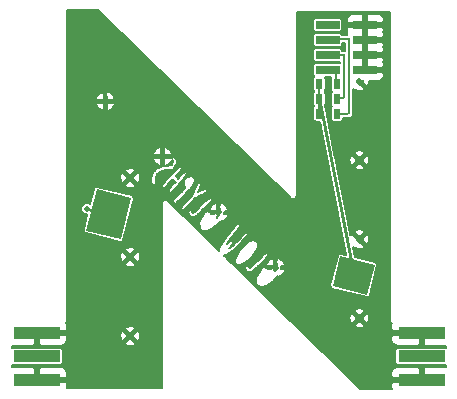
<source format=gbl>
G04 #@! TF.FileFunction,Copper,L2,Bot,Signal*
%FSLAX46Y46*%
G04 Gerber Fmt 4.6, Leading zero omitted, Abs format (unit mm)*
G04 Created by KiCad (PCBNEW 4.0.0-rc2-stable) date 3/3/2016 3:46:15 PM*
%MOMM*%
G01*
G04 APERTURE LIST*
%ADD10C,0.150000*%
%ADD11C,0.500000*%
%ADD12R,4.000000X1.000000*%
%ADD13C,0.600000*%
%ADD14R,2.000000X0.760000*%
%ADD15R,2.000000X0.740000*%
%ADD16R,0.600000X0.900000*%
%ADD17R,0.200000X0.900000*%
%ADD18R,0.200000X3.800000*%
%ADD19R,0.200000X6.500000*%
%ADD20R,0.400000X0.200000*%
%ADD21R,0.800000X0.200000*%
%ADD22R,0.200000X2.000000*%
%ADD23C,0.254000*%
%ADD24C,0.152400*%
G04 APERTURE END LIST*
D10*
D11*
X56928285Y-46482310D03*
X56928285Y-39791890D03*
X56928285Y-33101470D03*
X54811672Y-26595806D03*
X59681593Y-31271761D03*
X64435805Y-35984008D03*
X69241874Y-40696446D03*
X76340585Y-44986797D03*
X76340585Y-38296290D03*
X76340585Y-31605792D03*
X76340585Y-24915292D03*
D12*
X81610790Y-50192207D03*
X81610790Y-48192207D03*
X81610790Y-46192207D03*
D13*
X80610790Y-50192207D03*
X80610790Y-48192207D03*
X80610790Y-46192207D03*
D12*
X49020840Y-46192207D03*
X49020840Y-48192207D03*
X49020840Y-50192207D03*
D13*
X50020840Y-46192207D03*
X50020840Y-48192207D03*
X50020840Y-50192207D03*
D10*
G36*
X77010484Y-42963753D02*
X74099597Y-42237988D01*
X74728594Y-39715219D01*
X77639481Y-40440984D01*
X77010484Y-42963753D01*
X77010484Y-42963753D01*
G37*
G36*
X56125194Y-38271773D02*
X53214307Y-37546007D01*
X54085226Y-34052943D01*
X56996113Y-34778709D01*
X56125194Y-38271773D01*
X56125194Y-38271773D01*
G37*
D11*
X53261648Y-35702706D03*
D14*
X76840585Y-23947664D03*
X76840585Y-22677664D03*
X76840585Y-21407664D03*
X76840585Y-20137664D03*
X73640585Y-23947664D03*
X73640585Y-22677664D03*
X73640585Y-21407664D03*
D15*
X73640585Y-20137664D03*
D16*
X72940585Y-25142664D03*
X74440585Y-25142664D03*
X74440585Y-26392664D03*
X72940585Y-26392664D03*
X72940585Y-27642664D03*
X74440585Y-27642664D03*
D17*
X74390585Y-24492664D03*
D18*
X75040585Y-24492664D03*
D19*
X75490585Y-24492664D03*
D20*
X74840585Y-26292664D03*
X74840585Y-22692664D03*
D21*
X75040585Y-21342664D03*
X75040585Y-27642664D03*
D22*
X72940585Y-26342664D03*
D23*
X55110000Y-36160000D02*
X53260000Y-35700000D01*
X55110000Y-36160000D02*
X53260000Y-35700000D01*
X55110000Y-36160000D02*
X53260000Y-35700000D01*
X55110000Y-36160000D02*
X53260000Y-35700000D01*
X55110000Y-36160000D02*
X53260000Y-35700000D01*
X55110000Y-36160000D02*
X53260000Y-35700000D01*
X55110000Y-36160000D02*
X53260000Y-35700000D01*
X55110000Y-36160000D02*
X53260000Y-35700000D01*
X55110000Y-36160000D02*
X53260000Y-35700000D01*
X75870000Y-41340000D02*
X72940000Y-26340000D01*
X75870000Y-41340000D02*
X72940000Y-26340000D01*
X75870000Y-41340000D02*
X72940000Y-26340000D01*
X75870000Y-41340000D02*
X72940000Y-26340000D01*
X75870000Y-41340000D02*
X72940000Y-26340000D01*
X75870000Y-41340000D02*
X72940000Y-26340000D01*
X75870000Y-41340000D02*
X72940000Y-26340000D01*
X75870000Y-41340000D02*
X72940000Y-26340000D01*
X75870000Y-41340000D02*
X72940000Y-26340000D01*
D24*
G36*
X70545199Y-34809175D02*
X70589449Y-34838036D01*
X70633384Y-34867393D01*
X70634930Y-34867700D01*
X70636249Y-34868561D01*
X70688190Y-34878294D01*
X70740000Y-34888600D01*
X70741544Y-34888293D01*
X70743093Y-34888583D01*
X70794782Y-34877703D01*
X70846616Y-34867393D01*
X70847927Y-34866517D01*
X70849467Y-34866193D01*
X70893032Y-34836379D01*
X70937000Y-34807000D01*
X70937876Y-34805689D01*
X70939175Y-34804800D01*
X70968022Y-34760572D01*
X70997393Y-34716616D01*
X70997700Y-34715070D01*
X70998561Y-34713751D01*
X71008293Y-34661818D01*
X71018600Y-34610000D01*
X71018600Y-21027664D01*
X72407507Y-21027664D01*
X72407507Y-21787664D01*
X72423447Y-21872378D01*
X72473513Y-21950182D01*
X72549905Y-22002379D01*
X72640585Y-22020742D01*
X74640585Y-22020742D01*
X74725299Y-22004802D01*
X74803103Y-21954736D01*
X74855300Y-21878344D01*
X74873663Y-21787664D01*
X74873663Y-21675742D01*
X75157507Y-21675742D01*
X75157507Y-22363013D01*
X75140585Y-22359586D01*
X74873663Y-22359586D01*
X74873663Y-22297664D01*
X74857723Y-22212950D01*
X74807657Y-22135146D01*
X74731265Y-22082949D01*
X74640585Y-22064586D01*
X72640585Y-22064586D01*
X72555871Y-22080526D01*
X72478067Y-22130592D01*
X72425870Y-22206984D01*
X72407507Y-22297664D01*
X72407507Y-23057664D01*
X72423447Y-23142378D01*
X72473513Y-23220182D01*
X72549905Y-23272379D01*
X72640585Y-23290742D01*
X74640585Y-23290742D01*
X74707507Y-23278150D01*
X74707507Y-23348138D01*
X74640585Y-23334586D01*
X72640585Y-23334586D01*
X72555871Y-23350526D01*
X72478067Y-23400592D01*
X72425870Y-23476984D01*
X72407507Y-23567664D01*
X72407507Y-24327664D01*
X72423447Y-24412378D01*
X72473513Y-24490182D01*
X72502411Y-24509927D01*
X72478067Y-24525592D01*
X72425870Y-24601984D01*
X72407507Y-24692664D01*
X72407507Y-25592664D01*
X72423447Y-25677378D01*
X72473513Y-25755182D01*
X72491105Y-25767202D01*
X72478067Y-25775592D01*
X72425870Y-25851984D01*
X72407507Y-25942664D01*
X72407507Y-26842664D01*
X72423447Y-26927378D01*
X72473513Y-27005182D01*
X72491105Y-27017202D01*
X72478067Y-27025592D01*
X72425870Y-27101984D01*
X72407507Y-27192664D01*
X72407507Y-28092664D01*
X72423447Y-28177378D01*
X72473513Y-28255182D01*
X72549905Y-28307379D01*
X72640585Y-28325742D01*
X72965561Y-28325742D01*
X75164619Y-39583718D01*
X74784981Y-39489064D01*
X74698927Y-39484037D01*
X74611321Y-39513793D01*
X74542195Y-39575288D01*
X74502439Y-39658832D01*
X73873442Y-42181601D01*
X73868415Y-42267655D01*
X73898171Y-42355261D01*
X73959666Y-42424387D01*
X74043210Y-42464143D01*
X76954097Y-43189908D01*
X77040151Y-43194935D01*
X77127757Y-43165179D01*
X77196883Y-43103684D01*
X77236639Y-43020140D01*
X77865636Y-40497371D01*
X77870663Y-40411317D01*
X77840907Y-40323711D01*
X77779412Y-40254585D01*
X77695868Y-40214829D01*
X75926358Y-39773641D01*
X75758657Y-38915100D01*
X75865941Y-39022384D01*
X75942168Y-38946157D01*
X75947204Y-39050396D01*
X76265732Y-39143534D01*
X76595656Y-39107686D01*
X76733966Y-39050396D01*
X76742444Y-38874926D01*
X76340585Y-38473067D01*
X76289108Y-38524545D01*
X76112331Y-38347768D01*
X76163808Y-38296290D01*
X76517362Y-38296290D01*
X76919221Y-38698149D01*
X77094691Y-38689671D01*
X77187829Y-38371143D01*
X77151981Y-38041219D01*
X77094691Y-37902909D01*
X76919221Y-37894431D01*
X76517362Y-38296290D01*
X76163808Y-38296290D01*
X75761949Y-37894431D01*
X75586479Y-37902909D01*
X75571169Y-37955268D01*
X75524756Y-37717654D01*
X75938726Y-37717654D01*
X76340585Y-38119513D01*
X76742444Y-37717654D01*
X76733966Y-37542184D01*
X76415438Y-37449046D01*
X76085514Y-37484894D01*
X75947204Y-37542184D01*
X75938726Y-37717654D01*
X75524756Y-37717654D01*
X74443933Y-32184428D01*
X75938726Y-32184428D01*
X75947204Y-32359898D01*
X76265732Y-32453036D01*
X76595656Y-32417188D01*
X76733966Y-32359898D01*
X76742444Y-32184428D01*
X76340585Y-31782569D01*
X75938726Y-32184428D01*
X74443933Y-32184428D01*
X74316284Y-31530939D01*
X75493341Y-31530939D01*
X75529189Y-31860863D01*
X75586479Y-31999173D01*
X75761949Y-32007651D01*
X76163808Y-31605792D01*
X76517362Y-31605792D01*
X76919221Y-32007651D01*
X77094691Y-31999173D01*
X77187829Y-31680645D01*
X77151981Y-31350721D01*
X77094691Y-31212411D01*
X76919221Y-31203933D01*
X76517362Y-31605792D01*
X76163808Y-31605792D01*
X75761949Y-31203933D01*
X75586479Y-31212411D01*
X75493341Y-31530939D01*
X74316284Y-31530939D01*
X74217879Y-31027156D01*
X75938726Y-31027156D01*
X76340585Y-31429015D01*
X76742444Y-31027156D01*
X76733966Y-30851686D01*
X76415438Y-30758548D01*
X76085514Y-30794396D01*
X75947204Y-30851686D01*
X75938726Y-31027156D01*
X74217879Y-31027156D01*
X73473663Y-27217181D01*
X73473663Y-27192664D01*
X73457723Y-27107950D01*
X73449974Y-27095908D01*
X73426464Y-26975547D01*
X73455300Y-26933344D01*
X73473663Y-26842664D01*
X73473663Y-25942664D01*
X73457723Y-25857950D01*
X73407657Y-25780146D01*
X73390065Y-25768126D01*
X73403103Y-25759736D01*
X73455300Y-25683344D01*
X73473663Y-25592664D01*
X73473663Y-24692664D01*
X73457723Y-24607950D01*
X73427345Y-24560742D01*
X73954050Y-24560742D01*
X73925870Y-24601984D01*
X73907507Y-24692664D01*
X73907507Y-25592664D01*
X73923447Y-25677378D01*
X73973513Y-25755182D01*
X73991105Y-25767202D01*
X73978067Y-25775592D01*
X73925870Y-25851984D01*
X73907507Y-25942664D01*
X73907507Y-26842664D01*
X73923447Y-26927378D01*
X73973513Y-27005182D01*
X73991105Y-27017202D01*
X73978067Y-27025592D01*
X73925870Y-27101984D01*
X73907507Y-27192664D01*
X73907507Y-28092664D01*
X73923447Y-28177378D01*
X73973513Y-28255182D01*
X74049905Y-28307379D01*
X74140585Y-28325742D01*
X74740585Y-28325742D01*
X74825299Y-28309802D01*
X74903103Y-28259736D01*
X74955300Y-28183344D01*
X74973663Y-28092664D01*
X74973663Y-27975742D01*
X75590585Y-27975742D01*
X75675299Y-27959802D01*
X75753103Y-27909736D01*
X75805300Y-27833344D01*
X75823663Y-27742664D01*
X75823663Y-25599108D01*
X75865941Y-25641386D01*
X75942168Y-25565159D01*
X75947204Y-25669398D01*
X76265732Y-25762536D01*
X76595656Y-25726688D01*
X76733966Y-25669398D01*
X76742444Y-25493928D01*
X76340585Y-25092069D01*
X76289108Y-25143547D01*
X76112331Y-24966770D01*
X76163808Y-24915292D01*
X76160380Y-24911864D01*
X76516735Y-24911864D01*
X76662783Y-24765816D01*
X76662783Y-24769871D01*
X76517362Y-24915292D01*
X76919221Y-25317151D01*
X77094691Y-25308673D01*
X77187829Y-24990145D01*
X77179323Y-24911864D01*
X77956789Y-24911864D01*
X78171507Y-24822925D01*
X78335846Y-24658587D01*
X78424785Y-24443869D01*
X78424785Y-24271514D01*
X78278735Y-24125464D01*
X77018385Y-24125464D01*
X77018385Y-24145464D01*
X76680196Y-24145464D01*
X76662785Y-24140373D01*
X76662785Y-24125464D01*
X76642785Y-24125464D01*
X76642785Y-23769864D01*
X76662785Y-23769864D01*
X76662785Y-22855464D01*
X77018385Y-22855464D01*
X77018385Y-23769864D01*
X78278735Y-23769864D01*
X78424785Y-23623814D01*
X78424785Y-23451459D01*
X78367294Y-23312664D01*
X78424785Y-23173869D01*
X78424785Y-23001514D01*
X78278735Y-22855464D01*
X77018385Y-22855464D01*
X76662785Y-22855464D01*
X76642785Y-22855464D01*
X76642785Y-22499864D01*
X76662785Y-22499864D01*
X76662785Y-21585464D01*
X77018385Y-21585464D01*
X77018385Y-22499864D01*
X78278735Y-22499864D01*
X78424785Y-22353814D01*
X78424785Y-22181459D01*
X78367294Y-22042664D01*
X78424785Y-21903869D01*
X78424785Y-21731514D01*
X78278735Y-21585464D01*
X77018385Y-21585464D01*
X76662785Y-21585464D01*
X76642785Y-21585464D01*
X76642785Y-21229864D01*
X76662785Y-21229864D01*
X76662785Y-20315464D01*
X77018385Y-20315464D01*
X77018385Y-21229864D01*
X78278735Y-21229864D01*
X78424785Y-21083814D01*
X78424785Y-20911459D01*
X78367294Y-20772664D01*
X78424785Y-20633869D01*
X78424785Y-20461514D01*
X78278735Y-20315464D01*
X77018385Y-20315464D01*
X76662785Y-20315464D01*
X75402435Y-20315464D01*
X75256385Y-20461514D01*
X75256385Y-20633869D01*
X75313876Y-20772664D01*
X75256385Y-20911459D01*
X75256385Y-21009586D01*
X74870261Y-21009586D01*
X74857723Y-20942950D01*
X74807657Y-20865146D01*
X74731265Y-20812949D01*
X74640585Y-20794586D01*
X72640585Y-20794586D01*
X72555871Y-20810526D01*
X72478067Y-20860592D01*
X72425870Y-20936984D01*
X72407507Y-21027664D01*
X71018600Y-21027664D01*
X71018600Y-19767664D01*
X72407507Y-19767664D01*
X72407507Y-20507664D01*
X72423447Y-20592378D01*
X72473513Y-20670182D01*
X72549905Y-20722379D01*
X72640585Y-20740742D01*
X74640585Y-20740742D01*
X74725299Y-20724802D01*
X74803103Y-20674736D01*
X74855300Y-20598344D01*
X74873663Y-20507664D01*
X74873663Y-19767664D01*
X74857723Y-19682950D01*
X74831025Y-19641459D01*
X75256385Y-19641459D01*
X75256385Y-19813814D01*
X75402435Y-19959864D01*
X76662785Y-19959864D01*
X76662785Y-19319514D01*
X77018385Y-19319514D01*
X77018385Y-19959864D01*
X78278735Y-19959864D01*
X78424785Y-19813814D01*
X78424785Y-19641459D01*
X78335846Y-19426741D01*
X78171507Y-19262403D01*
X77956789Y-19173464D01*
X77164435Y-19173464D01*
X77018385Y-19319514D01*
X76662785Y-19319514D01*
X76516735Y-19173464D01*
X75724381Y-19173464D01*
X75509663Y-19262403D01*
X75345324Y-19426741D01*
X75256385Y-19641459D01*
X74831025Y-19641459D01*
X74807657Y-19605146D01*
X74731265Y-19552949D01*
X74640585Y-19534586D01*
X72640585Y-19534586D01*
X72555871Y-19550526D01*
X72478067Y-19600592D01*
X72425870Y-19676984D01*
X72407507Y-19767664D01*
X71018600Y-19767664D01*
X71018600Y-18998600D01*
X78941400Y-18998600D01*
X78941400Y-45150000D01*
X78962607Y-45256616D01*
X79023000Y-45347000D01*
X79100105Y-45398520D01*
X79026590Y-45576002D01*
X79026590Y-45868357D01*
X79172640Y-46014407D01*
X79742870Y-46014407D01*
X79711378Y-46130540D01*
X79742172Y-46370007D01*
X79172640Y-46370007D01*
X79026590Y-46516057D01*
X79026590Y-46808412D01*
X79115529Y-47023130D01*
X79279868Y-47187468D01*
X79494586Y-47276407D01*
X81286940Y-47276407D01*
X81432990Y-47130357D01*
X81432990Y-46538605D01*
X81510202Y-46253874D01*
X81476836Y-45994407D01*
X81788590Y-45994407D01*
X81788590Y-46014407D01*
X81808590Y-46014407D01*
X81808590Y-46370007D01*
X81788590Y-46370007D01*
X81788590Y-47130357D01*
X81934640Y-47276407D01*
X83641400Y-47276407D01*
X83641400Y-47465328D01*
X83610790Y-47459129D01*
X79610790Y-47459129D01*
X79526076Y-47475069D01*
X79448272Y-47525135D01*
X79396075Y-47601527D01*
X79377712Y-47692207D01*
X79377712Y-48692207D01*
X79393652Y-48776921D01*
X79443718Y-48854725D01*
X79520110Y-48906922D01*
X79610790Y-48925285D01*
X83610790Y-48925285D01*
X83641400Y-48919525D01*
X83641400Y-49108007D01*
X81934640Y-49108007D01*
X81788590Y-49254057D01*
X81788590Y-50014407D01*
X81808590Y-50014407D01*
X81808590Y-50370007D01*
X81788590Y-50370007D01*
X81788590Y-50390007D01*
X81473286Y-50390007D01*
X81510202Y-50253874D01*
X81465337Y-49904990D01*
X81432990Y-49826897D01*
X81432990Y-49254057D01*
X81286940Y-49108007D01*
X79494586Y-49108007D01*
X79279868Y-49196946D01*
X79115529Y-49361284D01*
X79026590Y-49576002D01*
X79026590Y-49868357D01*
X79172640Y-50014407D01*
X79742870Y-50014407D01*
X79711378Y-50130540D01*
X79742172Y-50370007D01*
X79172640Y-50370007D01*
X79026590Y-50516057D01*
X79026590Y-50808412D01*
X79072719Y-50919778D01*
X79070292Y-50921400D01*
X76373537Y-50921400D01*
X70893559Y-45565433D01*
X75938726Y-45565433D01*
X75947204Y-45740903D01*
X76265732Y-45834041D01*
X76595656Y-45798193D01*
X76733966Y-45740903D01*
X76742444Y-45565433D01*
X76340585Y-45163574D01*
X75938726Y-45565433D01*
X70893559Y-45565433D01*
X70224939Y-44911944D01*
X75493341Y-44911944D01*
X75529189Y-45241868D01*
X75586479Y-45380178D01*
X75761949Y-45388656D01*
X76163808Y-44986797D01*
X76517362Y-44986797D01*
X76919221Y-45388656D01*
X77094691Y-45380178D01*
X77187829Y-45061650D01*
X77151981Y-44731726D01*
X77094691Y-44593416D01*
X76919221Y-44584938D01*
X76517362Y-44986797D01*
X76163808Y-44986797D01*
X75761949Y-44584938D01*
X75586479Y-44593416D01*
X75493341Y-44911944D01*
X70224939Y-44911944D01*
X69709492Y-44408161D01*
X75938726Y-44408161D01*
X76340585Y-44810020D01*
X76742444Y-44408161D01*
X76733966Y-44232691D01*
X76415438Y-44139553D01*
X76085514Y-44175401D01*
X75947204Y-44232691D01*
X75938726Y-44408161D01*
X69709492Y-44408161D01*
X66867215Y-41630205D01*
X67554486Y-41630205D01*
X67604486Y-42000205D01*
X67622416Y-42039906D01*
X67752416Y-42189906D01*
X67763218Y-42200149D01*
X67853218Y-42270149D01*
X67890144Y-42285560D01*
X68120144Y-42315560D01*
X68154097Y-42312290D01*
X68454097Y-42212290D01*
X68469457Y-42205189D01*
X68849457Y-41975189D01*
X68857945Y-41969226D01*
X69067945Y-41799226D01*
X69073882Y-41793882D01*
X69103882Y-41763882D01*
X69110149Y-41756782D01*
X69320149Y-41486782D01*
X69325221Y-41479404D01*
X69379396Y-41389734D01*
X69509039Y-41503941D01*
X69797718Y-41340234D01*
X70001773Y-41078516D01*
X70056990Y-40939366D01*
X69936979Y-40811074D01*
X69668882Y-40815080D01*
X69733472Y-40580205D01*
X69734095Y-40564077D01*
X69933244Y-40561101D01*
X70049369Y-40429281D01*
X69885662Y-40140602D01*
X69623944Y-39936547D01*
X69484794Y-39881330D01*
X69356502Y-40001341D01*
X69357093Y-40040873D01*
X69335056Y-40045280D01*
X69305541Y-40058115D01*
X69284966Y-40080288D01*
X69274640Y-40108718D01*
X69276188Y-40138926D01*
X69363654Y-40480045D01*
X69364847Y-40559898D01*
X69336714Y-40735731D01*
X69221758Y-40956062D01*
X69119207Y-40853511D01*
X69118756Y-40823300D01*
X69089434Y-40823738D01*
X68976283Y-40710587D01*
X68859699Y-40827171D01*
X68600209Y-40831048D01*
X68599397Y-40828528D01*
X68581685Y-40804008D01*
X68451685Y-40684008D01*
X68448782Y-40681462D01*
X68388782Y-40631462D01*
X68352527Y-40614837D01*
X68232527Y-40594837D01*
X68215123Y-40593956D01*
X68185922Y-40601845D01*
X68125922Y-40631845D01*
X68110472Y-40642091D01*
X68091845Y-40665922D01*
X67994423Y-40860766D01*
X67637747Y-41366057D01*
X67627710Y-41385903D01*
X67557710Y-41595903D01*
X67554486Y-41630205D01*
X66867215Y-41630205D01*
X65876100Y-40661519D01*
X66636075Y-40661519D01*
X66637710Y-40704097D01*
X66707710Y-40914097D01*
X66732922Y-40949917D01*
X66872922Y-41059917D01*
X66890354Y-41070197D01*
X66920000Y-41076200D01*
X67190000Y-41076200D01*
X67212711Y-41072737D01*
X67239221Y-41058170D01*
X67369221Y-40948170D01*
X67371170Y-40946463D01*
X67691170Y-40656463D01*
X67693117Y-40654635D01*
X67899971Y-40453526D01*
X68426758Y-40453526D01*
X68546769Y-40581818D01*
X69115020Y-40573328D01*
X69106529Y-40005076D01*
X68974709Y-39888951D01*
X68686030Y-40052658D01*
X68481975Y-40314376D01*
X68426758Y-40453526D01*
X67899971Y-40453526D01*
X68053117Y-40304635D01*
X68054340Y-40303419D01*
X68634340Y-39713419D01*
X68652290Y-39684097D01*
X68672290Y-39624097D01*
X68676044Y-39595123D01*
X68668155Y-39565922D01*
X68648155Y-39525922D01*
X68633882Y-39506118D01*
X68603882Y-39476118D01*
X68564944Y-39455280D01*
X68514944Y-39445280D01*
X68484418Y-39445410D01*
X68456626Y-39457349D01*
X68196626Y-39637349D01*
X68186118Y-39646118D01*
X67986118Y-39846118D01*
X67985365Y-39846883D01*
X67287952Y-40564222D01*
X67080833Y-40739477D01*
X67055461Y-40717276D01*
X66909808Y-40532783D01*
X66895143Y-40518611D01*
X66867702Y-40505885D01*
X66837473Y-40504837D01*
X66717473Y-40524837D01*
X66691702Y-40534124D01*
X66669090Y-40554214D01*
X66656075Y-40581519D01*
X66636075Y-40661519D01*
X65876100Y-40661519D01*
X65326170Y-40124034D01*
X65785491Y-40124034D01*
X65786485Y-40160050D01*
X65816485Y-40270050D01*
X65832654Y-40300178D01*
X65902654Y-40380178D01*
X65917732Y-40393402D01*
X65977732Y-40433402D01*
X66011097Y-40445678D01*
X66181097Y-40465678D01*
X66211896Y-40462986D01*
X66311896Y-40432986D01*
X66342372Y-40415350D01*
X66359780Y-40390613D01*
X66364518Y-40368772D01*
X66389749Y-40383460D01*
X66419924Y-40385551D01*
X66448536Y-40375738D01*
X66738536Y-40205738D01*
X66748168Y-40199045D01*
X67128168Y-39889045D01*
X67137042Y-39880523D01*
X67447042Y-39530523D01*
X67456253Y-39517644D01*
X67706253Y-39077644D01*
X67714720Y-39054944D01*
X67764720Y-38804944D01*
X67765887Y-38783101D01*
X67755887Y-38673101D01*
X67749752Y-38649322D01*
X67732321Y-38624602D01*
X67552321Y-38454602D01*
X67535859Y-38442765D01*
X67385859Y-38362765D01*
X67371404Y-38356868D01*
X67341266Y-38354302D01*
X67081266Y-38384302D01*
X67041218Y-38401462D01*
X66921218Y-38501462D01*
X66915441Y-38506805D01*
X66525831Y-38906405D01*
X66326118Y-39106118D01*
X66320026Y-39112994D01*
X66030026Y-39482994D01*
X66022260Y-39495104D01*
X65852260Y-39825104D01*
X65845491Y-39844034D01*
X65787724Y-40113610D01*
X65785491Y-40124034D01*
X65326170Y-40124034D01*
X64837700Y-39646619D01*
X64858264Y-39655291D01*
X64888481Y-39653925D01*
X65048481Y-39613925D01*
X65071528Y-39603889D01*
X65471528Y-39343889D01*
X65480895Y-39336711D01*
X65870895Y-38986711D01*
X65874215Y-38983546D01*
X66674215Y-38173546D01*
X66680149Y-38166782D01*
X66890149Y-37896782D01*
X66899780Y-37880613D01*
X66906193Y-37851053D01*
X66900599Y-37821327D01*
X66883882Y-37796118D01*
X66813882Y-37726118D01*
X66795187Y-37712411D01*
X66766119Y-37704046D01*
X66736086Y-37707650D01*
X66709822Y-37722654D01*
X66638900Y-37784711D01*
X66579983Y-37809961D01*
X66552654Y-37829822D01*
X66203833Y-38228475D01*
X65955623Y-38486613D01*
X65906513Y-38535723D01*
X65599833Y-38832510D01*
X65328638Y-39045592D01*
X65359140Y-39008051D01*
X65362888Y-39003029D01*
X65622888Y-38623029D01*
X65634115Y-38597702D01*
X65635163Y-38567473D01*
X65625163Y-38507473D01*
X65613605Y-38478038D01*
X65592268Y-38456598D01*
X65562268Y-38436598D01*
X65548300Y-38429250D01*
X65498300Y-38409250D01*
X65475927Y-38404031D01*
X65445903Y-38407710D01*
X65325903Y-38447710D01*
X65300472Y-38462091D01*
X65281845Y-38485922D01*
X65261845Y-38525922D01*
X65257710Y-38535903D01*
X65245237Y-38573322D01*
X65095855Y-38685359D01*
X65498704Y-38198583D01*
X65500738Y-38196014D01*
X66250738Y-37206014D01*
X66263515Y-37180050D01*
X66293515Y-37070050D01*
X66296193Y-37051053D01*
X66290599Y-37021327D01*
X66273882Y-36996118D01*
X66223882Y-36946118D01*
X66194097Y-36927710D01*
X66134097Y-36907710D01*
X66091599Y-36906055D01*
X66064280Y-36919040D01*
X66024280Y-36949040D01*
X66010803Y-36962019D01*
X65240803Y-37912019D01*
X65238956Y-37914392D01*
X64588956Y-38784392D01*
X64584262Y-38791464D01*
X64414262Y-39081464D01*
X64403800Y-39120000D01*
X64403800Y-39170000D01*
X64416598Y-39212268D01*
X64460183Y-39277645D01*
X62060431Y-36932197D01*
X62754783Y-36932197D01*
X62814783Y-37302197D01*
X62830498Y-37337602D01*
X62950498Y-37487602D01*
X62963218Y-37500149D01*
X63053218Y-37570149D01*
X63090549Y-37585612D01*
X63330549Y-37615612D01*
X63364097Y-37612290D01*
X63664097Y-37512290D01*
X63680229Y-37504716D01*
X64050229Y-37274716D01*
X64056592Y-37270296D01*
X64276592Y-37100296D01*
X64293402Y-37082268D01*
X64311378Y-37055305D01*
X64529073Y-36788133D01*
X64535221Y-36779404D01*
X64587195Y-36693378D01*
X64698954Y-36792820D01*
X64988443Y-36630550D01*
X65193796Y-36369850D01*
X65249704Y-36230975D01*
X65130332Y-36102088D01*
X64881773Y-36104567D01*
X64943472Y-35880205D01*
X64944487Y-35853929D01*
X65127839Y-35852101D01*
X65244617Y-35720859D01*
X65082347Y-35431370D01*
X64821647Y-35226017D01*
X64682772Y-35170109D01*
X64553885Y-35289481D01*
X64554403Y-35341411D01*
X64535056Y-35345280D01*
X64505541Y-35358115D01*
X64484966Y-35380288D01*
X64474640Y-35408718D01*
X64476188Y-35438926D01*
X64558580Y-35760254D01*
X64559552Y-35857768D01*
X64565197Y-35857712D01*
X64536607Y-36036398D01*
X64316546Y-36476520D01*
X64315720Y-36477429D01*
X64314516Y-36356747D01*
X64421664Y-36249599D01*
X64312358Y-36140293D01*
X64312058Y-36110248D01*
X64282607Y-36110542D01*
X64170214Y-35998149D01*
X64055557Y-36112806D01*
X63789461Y-36115459D01*
X63783882Y-36106118D01*
X63663882Y-35986118D01*
X63658782Y-35981462D01*
X63598782Y-35931462D01*
X63562527Y-35914837D01*
X63442527Y-35894837D01*
X63425123Y-35893956D01*
X63395922Y-35901845D01*
X63335922Y-35931845D01*
X63320472Y-35942091D01*
X63301845Y-35965922D01*
X63204423Y-36160766D01*
X62847747Y-36666057D01*
X62838792Y-36682873D01*
X62758792Y-36892873D01*
X62754783Y-36932197D01*
X62060431Y-36932197D01*
X61067278Y-35961519D01*
X61846075Y-35961519D01*
X61847710Y-36004097D01*
X61917710Y-36214097D01*
X61940779Y-36248170D01*
X62070779Y-36358170D01*
X62090354Y-36370197D01*
X62120000Y-36376200D01*
X62390000Y-36376200D01*
X62410058Y-36373513D01*
X62437078Y-36359917D01*
X62577078Y-36249917D01*
X62581170Y-36246463D01*
X62901170Y-35956463D01*
X62903882Y-35953882D01*
X63120723Y-35737041D01*
X63621906Y-35737041D01*
X63741278Y-35865928D01*
X64309565Y-35860261D01*
X64303898Y-35291974D01*
X64172656Y-35175196D01*
X63883167Y-35337466D01*
X63677814Y-35598166D01*
X63621906Y-35737041D01*
X63120723Y-35737041D01*
X63253882Y-35603882D01*
X63254340Y-35603419D01*
X63834340Y-35013419D01*
X63848155Y-34994078D01*
X63878155Y-34934078D01*
X63885278Y-34911817D01*
X63883945Y-34881599D01*
X63870960Y-34854280D01*
X63842226Y-34815968D01*
X63823402Y-34787732D01*
X63800783Y-34765632D01*
X63772527Y-34754837D01*
X63712527Y-34744837D01*
X63683043Y-34745711D01*
X63655476Y-34758161D01*
X63405476Y-34938161D01*
X63396118Y-34946118D01*
X63196118Y-35146118D01*
X63195365Y-35146883D01*
X62498444Y-35863716D01*
X62285219Y-36037455D01*
X62267037Y-36019273D01*
X62119808Y-35832783D01*
X62105143Y-35818611D01*
X62077702Y-35805885D01*
X62047473Y-35804837D01*
X61927473Y-35824837D01*
X61901702Y-35834124D01*
X61879090Y-35854214D01*
X61866075Y-35881519D01*
X61846075Y-35961519D01*
X61067278Y-35961519D01*
X60788394Y-35688947D01*
X61253807Y-35688947D01*
X61259401Y-35718673D01*
X61276118Y-35743882D01*
X61346118Y-35813882D01*
X61379066Y-35833268D01*
X61449066Y-35853268D01*
X61476255Y-35855943D01*
X61505309Y-35847526D01*
X61528798Y-35828469D01*
X62137274Y-35090318D01*
X62403062Y-34806200D01*
X62430000Y-34806200D01*
X62465155Y-34797606D01*
X62965155Y-34537606D01*
X62970521Y-34534533D01*
X63400521Y-34264533D01*
X63407602Y-34259502D01*
X63457602Y-34219502D01*
X63479780Y-34190613D01*
X63486193Y-34161053D01*
X63480599Y-34131327D01*
X63463882Y-34106118D01*
X63413882Y-34056118D01*
X63384097Y-34037710D01*
X63324097Y-34017710D01*
X63297501Y-34013841D01*
X63268068Y-34020813D01*
X62878068Y-34200813D01*
X62871979Y-34203963D01*
X62696469Y-34305014D01*
X62780039Y-34110017D01*
X62781416Y-34106574D01*
X62941416Y-33676574D01*
X62946200Y-33650000D01*
X62946200Y-33580000D01*
X62944173Y-33562542D01*
X62931537Y-33535060D01*
X62909205Y-33514659D01*
X62859205Y-33484659D01*
X62828225Y-33474245D01*
X62798104Y-33477014D01*
X62698104Y-33507014D01*
X62666438Y-33525801D01*
X62649571Y-33550910D01*
X62460976Y-34007508D01*
X62126305Y-34637478D01*
X61993039Y-34799300D01*
X61495073Y-35317185D01*
X61487208Y-35326831D01*
X61267208Y-35646831D01*
X61253807Y-35688947D01*
X60788394Y-35688947D01*
X60145436Y-35060540D01*
X60534390Y-35060540D01*
X60536666Y-35090702D01*
X60550498Y-35117602D01*
X60590498Y-35167602D01*
X60596118Y-35173882D01*
X60666118Y-35243882D01*
X60685906Y-35258147D01*
X60715105Y-35266043D01*
X60745076Y-35261956D01*
X60771095Y-35246531D01*
X61289558Y-34777920D01*
X61497945Y-34609226D01*
X61509351Y-34597790D01*
X61523268Y-34570934D01*
X61530845Y-34544415D01*
X61535157Y-34544677D01*
X61563016Y-34532897D01*
X61584098Y-34511206D01*
X61669670Y-34378094D01*
X62033882Y-34013882D01*
X62040960Y-34005720D01*
X62067708Y-33970056D01*
X62103882Y-33933882D01*
X62120675Y-33908485D01*
X62126190Y-33878744D01*
X62123223Y-33865240D01*
X62128645Y-33865708D01*
X62157418Y-33856380D01*
X62180296Y-33836592D01*
X62350296Y-33616592D01*
X62364620Y-33585439D01*
X62424620Y-33295439D01*
X62422731Y-33257271D01*
X62372731Y-33097271D01*
X62357855Y-33070410D01*
X62297855Y-33000410D01*
X62287602Y-32990498D01*
X62237602Y-32950498D01*
X62208481Y-32936075D01*
X62088481Y-32906075D01*
X62046896Y-32907387D01*
X61826896Y-32977387D01*
X61803712Y-32989470D01*
X61633712Y-33119470D01*
X61619040Y-33134280D01*
X61529040Y-33254280D01*
X61520608Y-33268518D01*
X61513826Y-33297995D01*
X61506882Y-33561861D01*
X61503826Y-33677995D01*
X61507170Y-33702409D01*
X61574980Y-33922791D01*
X61341616Y-34201033D01*
X61328652Y-34223244D01*
X61307282Y-34280232D01*
X61177732Y-34366598D01*
X61165198Y-34377055D01*
X60595198Y-34967055D01*
X60590498Y-34972398D01*
X60550498Y-35022398D01*
X60534390Y-35060540D01*
X60145436Y-35060540D01*
X60104733Y-35020759D01*
X60060534Y-34991952D01*
X60016616Y-34962607D01*
X60015022Y-34962290D01*
X60013663Y-34961404D01*
X59961776Y-34951699D01*
X59910000Y-34941400D01*
X59908408Y-34941717D01*
X59906812Y-34941418D01*
X59855158Y-34952309D01*
X59803384Y-34962607D01*
X59802034Y-34963509D01*
X59800446Y-34963844D01*
X59756906Y-34993663D01*
X59713000Y-35023000D01*
X59712098Y-35024350D01*
X59710759Y-35025267D01*
X59681952Y-35069466D01*
X59652607Y-35113384D01*
X59652290Y-35114978D01*
X59651404Y-35116337D01*
X59641699Y-35168224D01*
X59631400Y-35220000D01*
X59631400Y-50881400D01*
X51574807Y-50881400D01*
X51605040Y-50808412D01*
X51605040Y-50516057D01*
X51458990Y-50370007D01*
X50888760Y-50370007D01*
X50920252Y-50253874D01*
X50889458Y-50014407D01*
X51458990Y-50014407D01*
X51605040Y-49868357D01*
X51605040Y-49576002D01*
X51516101Y-49361284D01*
X51351762Y-49196946D01*
X51137044Y-49108007D01*
X49344690Y-49108007D01*
X49198640Y-49254057D01*
X49198640Y-49845809D01*
X49121428Y-50130540D01*
X49154794Y-50390007D01*
X48843040Y-50390007D01*
X48843040Y-50370007D01*
X48823040Y-50370007D01*
X48823040Y-50014407D01*
X48843040Y-50014407D01*
X48843040Y-49254057D01*
X48696990Y-49108007D01*
X46908600Y-49108007D01*
X46908600Y-48892191D01*
X46930160Y-48906922D01*
X47020840Y-48925285D01*
X51020840Y-48925285D01*
X51105554Y-48909345D01*
X51183358Y-48859279D01*
X51235555Y-48782887D01*
X51253918Y-48692207D01*
X51253918Y-47692207D01*
X51237978Y-47607493D01*
X51187912Y-47529689D01*
X51111520Y-47477492D01*
X51020840Y-47459129D01*
X47020840Y-47459129D01*
X46936126Y-47475069D01*
X46908600Y-47492782D01*
X46908600Y-47276407D01*
X48696990Y-47276407D01*
X48843040Y-47130357D01*
X48843040Y-46370007D01*
X48823040Y-46370007D01*
X48823040Y-46014407D01*
X48843040Y-46014407D01*
X48843040Y-45994407D01*
X49158344Y-45994407D01*
X49121428Y-46130540D01*
X49166293Y-46479424D01*
X49198640Y-46557517D01*
X49198640Y-47130357D01*
X49344690Y-47276407D01*
X51137044Y-47276407D01*
X51351762Y-47187468D01*
X51478284Y-47060946D01*
X56526426Y-47060946D01*
X56534904Y-47236416D01*
X56853432Y-47329554D01*
X57183356Y-47293706D01*
X57321666Y-47236416D01*
X57330144Y-47060946D01*
X56928285Y-46659087D01*
X56526426Y-47060946D01*
X51478284Y-47060946D01*
X51516101Y-47023130D01*
X51605040Y-46808412D01*
X51605040Y-46516057D01*
X51496440Y-46407457D01*
X56081041Y-46407457D01*
X56116889Y-46737381D01*
X56174179Y-46875691D01*
X56349649Y-46884169D01*
X56751508Y-46482310D01*
X57105062Y-46482310D01*
X57506921Y-46884169D01*
X57682391Y-46875691D01*
X57775529Y-46557163D01*
X57739681Y-46227239D01*
X57682391Y-46088929D01*
X57506921Y-46080451D01*
X57105062Y-46482310D01*
X56751508Y-46482310D01*
X56349649Y-46080451D01*
X56174179Y-46088929D01*
X56081041Y-46407457D01*
X51496440Y-46407457D01*
X51458990Y-46370007D01*
X50888760Y-46370007D01*
X50920252Y-46253874D01*
X50889458Y-46014407D01*
X51458990Y-46014407D01*
X51569723Y-45903674D01*
X56526426Y-45903674D01*
X56928285Y-46305533D01*
X57330144Y-45903674D01*
X57321666Y-45728204D01*
X57003138Y-45635066D01*
X56673214Y-45670914D01*
X56534904Y-45728204D01*
X56526426Y-45903674D01*
X51569723Y-45903674D01*
X51605040Y-45868357D01*
X51605040Y-45576002D01*
X51516101Y-45361284D01*
X51511904Y-45357087D01*
X51527000Y-45347000D01*
X51587393Y-45256616D01*
X51608600Y-45150000D01*
X51608600Y-40370526D01*
X56526426Y-40370526D01*
X56534904Y-40545996D01*
X56853432Y-40639134D01*
X57183356Y-40603286D01*
X57321666Y-40545996D01*
X57330144Y-40370526D01*
X56928285Y-39968667D01*
X56526426Y-40370526D01*
X51608600Y-40370526D01*
X51608600Y-39717037D01*
X56081041Y-39717037D01*
X56116889Y-40046961D01*
X56174179Y-40185271D01*
X56349649Y-40193749D01*
X56751508Y-39791890D01*
X57105062Y-39791890D01*
X57506921Y-40193749D01*
X57682391Y-40185271D01*
X57775529Y-39866743D01*
X57739681Y-39536819D01*
X57682391Y-39398509D01*
X57506921Y-39390031D01*
X57105062Y-39791890D01*
X56751508Y-39791890D01*
X56349649Y-39390031D01*
X56174179Y-39398509D01*
X56081041Y-39717037D01*
X51608600Y-39717037D01*
X51608600Y-39213254D01*
X56526426Y-39213254D01*
X56928285Y-39615113D01*
X57330144Y-39213254D01*
X57321666Y-39037784D01*
X57003138Y-38944646D01*
X56673214Y-38980494D01*
X56534904Y-39037784D01*
X56526426Y-39213254D01*
X51608600Y-39213254D01*
X51608600Y-35797488D01*
X52782965Y-35797488D01*
X52855674Y-35973457D01*
X52990189Y-36108206D01*
X53166031Y-36181222D01*
X53314340Y-36181352D01*
X52988152Y-37489620D01*
X52983125Y-37575674D01*
X53012881Y-37663280D01*
X53074376Y-37732406D01*
X53157920Y-37772162D01*
X56068807Y-38497928D01*
X56154861Y-38502955D01*
X56242467Y-38473199D01*
X56311593Y-38411704D01*
X56351349Y-38328160D01*
X57222268Y-34835096D01*
X57227295Y-34749042D01*
X57197539Y-34661436D01*
X57136044Y-34592310D01*
X57052500Y-34552554D01*
X54141613Y-33826788D01*
X54055559Y-33821761D01*
X53967953Y-33851517D01*
X53898827Y-33913012D01*
X53859071Y-33996556D01*
X53534448Y-35298549D01*
X53533107Y-35297206D01*
X53357265Y-35224190D01*
X53166866Y-35224023D01*
X52990897Y-35296732D01*
X52856148Y-35431247D01*
X52783132Y-35607089D01*
X52782965Y-35797488D01*
X51608600Y-35797488D01*
X51608600Y-33680106D01*
X56526426Y-33680106D01*
X56534904Y-33855576D01*
X56853432Y-33948714D01*
X57183356Y-33912866D01*
X57321666Y-33855576D01*
X57325767Y-33770695D01*
X59604554Y-33770695D01*
X59614659Y-33799205D01*
X59644659Y-33849205D01*
X59656118Y-33863882D01*
X59706118Y-33913882D01*
X59720795Y-33925341D01*
X59770795Y-33955341D01*
X59790499Y-33963662D01*
X59820695Y-33965446D01*
X59849205Y-33955341D01*
X59899205Y-33925341D01*
X59916953Y-33910625D01*
X60316241Y-33461426D01*
X60574937Y-33186561D01*
X60670192Y-33307217D01*
X60676118Y-33313882D01*
X60774666Y-33412430D01*
X60513692Y-33698660D01*
X60508504Y-33705003D01*
X60208504Y-34115003D01*
X60199803Y-34130354D01*
X60193800Y-34160000D01*
X60193800Y-34220000D01*
X60199401Y-34248673D01*
X60216118Y-34273882D01*
X60266118Y-34323882D01*
X60285922Y-34338155D01*
X60345922Y-34368155D01*
X60378947Y-34376193D01*
X60408673Y-34370599D01*
X60433882Y-34353882D01*
X60493882Y-34293882D01*
X60497855Y-34289590D01*
X61397855Y-33239590D01*
X61400494Y-33236335D01*
X61760494Y-32766335D01*
X61770352Y-32749275D01*
X61776199Y-32719597D01*
X61770039Y-32689983D01*
X61740039Y-32619983D01*
X61733402Y-32607732D01*
X61713402Y-32577732D01*
X61693704Y-32557579D01*
X61665975Y-32545493D01*
X61635729Y-32545148D01*
X61607732Y-32556598D01*
X61457732Y-32656598D01*
X61445112Y-32667145D01*
X61185112Y-32937145D01*
X61180927Y-32941867D01*
X61011484Y-33149819D01*
X60974136Y-33116206D01*
X60903647Y-33036905D01*
X60846200Y-32922012D01*
X60846200Y-32900364D01*
X61005318Y-32732406D01*
X61010762Y-32725982D01*
X61290762Y-32355982D01*
X61299780Y-32340613D01*
X61306193Y-32311053D01*
X61300599Y-32281327D01*
X61283882Y-32256118D01*
X61183882Y-32156118D01*
X61158133Y-32139183D01*
X61128365Y-32133818D01*
X61098854Y-32140456D01*
X61074251Y-32158053D01*
X60254698Y-33037574D01*
X59725634Y-33586602D01*
X59656118Y-33656118D01*
X59644659Y-33670795D01*
X59614659Y-33720795D01*
X59606338Y-33740499D01*
X59604554Y-33770695D01*
X57325767Y-33770695D01*
X57330144Y-33680106D01*
X56928285Y-33278247D01*
X56526426Y-33680106D01*
X51608600Y-33680106D01*
X51608600Y-33026617D01*
X56081041Y-33026617D01*
X56116889Y-33356541D01*
X56174179Y-33494851D01*
X56349649Y-33503329D01*
X56751508Y-33101470D01*
X57105062Y-33101470D01*
X57506921Y-33503329D01*
X57682391Y-33494851D01*
X57775529Y-33176323D01*
X57768958Y-33115844D01*
X58684024Y-33115844D01*
X58704024Y-33375844D01*
X58705491Y-33385966D01*
X58735491Y-33525966D01*
X58756118Y-33563882D01*
X58856118Y-33663882D01*
X58870795Y-33675341D01*
X58920795Y-33705341D01*
X58940499Y-33713662D01*
X58970695Y-33715446D01*
X58999205Y-33705341D01*
X59049205Y-33675341D01*
X59063882Y-33663882D01*
X59113882Y-33613882D01*
X59134850Y-33574280D01*
X59134509Y-33544034D01*
X59076936Y-33275360D01*
X59104670Y-32970284D01*
X59174561Y-32821766D01*
X59225941Y-32761823D01*
X59320667Y-32667097D01*
X59444145Y-32570079D01*
X59991830Y-32435560D01*
X60415303Y-32406015D01*
X60452268Y-32393402D01*
X60602268Y-32293402D01*
X60615706Y-32281993D01*
X60755706Y-32131993D01*
X60767431Y-32115490D01*
X60867431Y-31925490D01*
X60876163Y-31887620D01*
X60866163Y-31567620D01*
X60862905Y-31547836D01*
X60848538Y-31521218D01*
X60751145Y-31404346D01*
X60733402Y-31377732D01*
X60723596Y-31365834D01*
X60698300Y-31349250D01*
X60648300Y-31329250D01*
X60605056Y-31325280D01*
X60505056Y-31345280D01*
X60466118Y-31366118D01*
X60416118Y-31416118D01*
X60407831Y-31428783D01*
X60375489Y-31393492D01*
X59807181Y-31396170D01*
X59809859Y-31964479D01*
X59940486Y-32081946D01*
X60230823Y-31921200D01*
X60437545Y-31661583D01*
X60472514Y-31576022D01*
X60528399Y-31627608D01*
X60542771Y-31728211D01*
X60508275Y-31909317D01*
X60475183Y-31955645D01*
X60389073Y-32018271D01*
X59931872Y-32103996D01*
X59577884Y-32113829D01*
X59549983Y-32119961D01*
X59269983Y-32239961D01*
X59253540Y-32249602D01*
X59123540Y-32349602D01*
X59116118Y-32356118D01*
X58996118Y-32476118D01*
X58993617Y-32478742D01*
X58893617Y-32588742D01*
X58883663Y-32602505D01*
X58753663Y-32832505D01*
X58746075Y-32851519D01*
X58686075Y-33091519D01*
X58684024Y-33115844D01*
X57768958Y-33115844D01*
X57739681Y-32846399D01*
X57682391Y-32708089D01*
X57506921Y-32699611D01*
X57105062Y-33101470D01*
X56751508Y-33101470D01*
X56349649Y-32699611D01*
X56174179Y-32708089D01*
X56081041Y-33026617D01*
X51608600Y-33026617D01*
X51608600Y-32522834D01*
X56526426Y-32522834D01*
X56928285Y-32924693D01*
X57330144Y-32522834D01*
X57321666Y-32347364D01*
X57003138Y-32254226D01*
X56673214Y-32290074D01*
X56534904Y-32347364D01*
X56526426Y-32522834D01*
X51608600Y-32522834D01*
X51608600Y-31530654D01*
X58871408Y-31530654D01*
X59032154Y-31820991D01*
X59291771Y-32027713D01*
X59430349Y-32084350D01*
X59559862Y-31965657D01*
X59557184Y-31397349D01*
X58988875Y-31400027D01*
X58871408Y-31530654D01*
X51608600Y-31530654D01*
X51608600Y-31020517D01*
X58869004Y-31020517D01*
X58987697Y-31150030D01*
X59556005Y-31147352D01*
X59553327Y-30579043D01*
X59552018Y-30577865D01*
X59803324Y-30577865D01*
X59806002Y-31146173D01*
X60374311Y-31143495D01*
X60491778Y-31012868D01*
X60331032Y-30722531D01*
X60071415Y-30515809D01*
X59932837Y-30459172D01*
X59803324Y-30577865D01*
X59552018Y-30577865D01*
X59422700Y-30461576D01*
X59132363Y-30622322D01*
X58925641Y-30881939D01*
X58869004Y-31020517D01*
X51608600Y-31020517D01*
X51608600Y-26866650D01*
X54005404Y-26866650D01*
X54170424Y-27154579D01*
X54433070Y-27357439D01*
X54572471Y-27412021D01*
X54700214Y-27291427D01*
X54689133Y-26723220D01*
X54120926Y-26734301D01*
X54005404Y-26866650D01*
X51608600Y-26866650D01*
X51608600Y-26718345D01*
X54939086Y-26718345D01*
X54950167Y-27286552D01*
X55082516Y-27402074D01*
X55370445Y-27237054D01*
X55573305Y-26974408D01*
X55627887Y-26835007D01*
X55507293Y-26707264D01*
X54939086Y-26718345D01*
X51608600Y-26718345D01*
X51608600Y-26356605D01*
X53995457Y-26356605D01*
X54116051Y-26484348D01*
X54684258Y-26473267D01*
X54673177Y-25905060D01*
X54667592Y-25900185D01*
X54923130Y-25900185D01*
X54934211Y-26468392D01*
X55502418Y-26457311D01*
X55617940Y-26324962D01*
X55452920Y-26037033D01*
X55190274Y-25834173D01*
X55050873Y-25779591D01*
X54923130Y-25900185D01*
X54667592Y-25900185D01*
X54540828Y-25789538D01*
X54252899Y-25954558D01*
X54050039Y-26217204D01*
X53995457Y-26356605D01*
X51608600Y-26356605D01*
X51608600Y-18858600D01*
X54236409Y-18858600D01*
X70545199Y-34809175D01*
X70545199Y-34809175D01*
G37*
X70545199Y-34809175D02*
X70589449Y-34838036D01*
X70633384Y-34867393D01*
X70634930Y-34867700D01*
X70636249Y-34868561D01*
X70688190Y-34878294D01*
X70740000Y-34888600D01*
X70741544Y-34888293D01*
X70743093Y-34888583D01*
X70794782Y-34877703D01*
X70846616Y-34867393D01*
X70847927Y-34866517D01*
X70849467Y-34866193D01*
X70893032Y-34836379D01*
X70937000Y-34807000D01*
X70937876Y-34805689D01*
X70939175Y-34804800D01*
X70968022Y-34760572D01*
X70997393Y-34716616D01*
X70997700Y-34715070D01*
X70998561Y-34713751D01*
X71008293Y-34661818D01*
X71018600Y-34610000D01*
X71018600Y-21027664D01*
X72407507Y-21027664D01*
X72407507Y-21787664D01*
X72423447Y-21872378D01*
X72473513Y-21950182D01*
X72549905Y-22002379D01*
X72640585Y-22020742D01*
X74640585Y-22020742D01*
X74725299Y-22004802D01*
X74803103Y-21954736D01*
X74855300Y-21878344D01*
X74873663Y-21787664D01*
X74873663Y-21675742D01*
X75157507Y-21675742D01*
X75157507Y-22363013D01*
X75140585Y-22359586D01*
X74873663Y-22359586D01*
X74873663Y-22297664D01*
X74857723Y-22212950D01*
X74807657Y-22135146D01*
X74731265Y-22082949D01*
X74640585Y-22064586D01*
X72640585Y-22064586D01*
X72555871Y-22080526D01*
X72478067Y-22130592D01*
X72425870Y-22206984D01*
X72407507Y-22297664D01*
X72407507Y-23057664D01*
X72423447Y-23142378D01*
X72473513Y-23220182D01*
X72549905Y-23272379D01*
X72640585Y-23290742D01*
X74640585Y-23290742D01*
X74707507Y-23278150D01*
X74707507Y-23348138D01*
X74640585Y-23334586D01*
X72640585Y-23334586D01*
X72555871Y-23350526D01*
X72478067Y-23400592D01*
X72425870Y-23476984D01*
X72407507Y-23567664D01*
X72407507Y-24327664D01*
X72423447Y-24412378D01*
X72473513Y-24490182D01*
X72502411Y-24509927D01*
X72478067Y-24525592D01*
X72425870Y-24601984D01*
X72407507Y-24692664D01*
X72407507Y-25592664D01*
X72423447Y-25677378D01*
X72473513Y-25755182D01*
X72491105Y-25767202D01*
X72478067Y-25775592D01*
X72425870Y-25851984D01*
X72407507Y-25942664D01*
X72407507Y-26842664D01*
X72423447Y-26927378D01*
X72473513Y-27005182D01*
X72491105Y-27017202D01*
X72478067Y-27025592D01*
X72425870Y-27101984D01*
X72407507Y-27192664D01*
X72407507Y-28092664D01*
X72423447Y-28177378D01*
X72473513Y-28255182D01*
X72549905Y-28307379D01*
X72640585Y-28325742D01*
X72965561Y-28325742D01*
X75164619Y-39583718D01*
X74784981Y-39489064D01*
X74698927Y-39484037D01*
X74611321Y-39513793D01*
X74542195Y-39575288D01*
X74502439Y-39658832D01*
X73873442Y-42181601D01*
X73868415Y-42267655D01*
X73898171Y-42355261D01*
X73959666Y-42424387D01*
X74043210Y-42464143D01*
X76954097Y-43189908D01*
X77040151Y-43194935D01*
X77127757Y-43165179D01*
X77196883Y-43103684D01*
X77236639Y-43020140D01*
X77865636Y-40497371D01*
X77870663Y-40411317D01*
X77840907Y-40323711D01*
X77779412Y-40254585D01*
X77695868Y-40214829D01*
X75926358Y-39773641D01*
X75758657Y-38915100D01*
X75865941Y-39022384D01*
X75942168Y-38946157D01*
X75947204Y-39050396D01*
X76265732Y-39143534D01*
X76595656Y-39107686D01*
X76733966Y-39050396D01*
X76742444Y-38874926D01*
X76340585Y-38473067D01*
X76289108Y-38524545D01*
X76112331Y-38347768D01*
X76163808Y-38296290D01*
X76517362Y-38296290D01*
X76919221Y-38698149D01*
X77094691Y-38689671D01*
X77187829Y-38371143D01*
X77151981Y-38041219D01*
X77094691Y-37902909D01*
X76919221Y-37894431D01*
X76517362Y-38296290D01*
X76163808Y-38296290D01*
X75761949Y-37894431D01*
X75586479Y-37902909D01*
X75571169Y-37955268D01*
X75524756Y-37717654D01*
X75938726Y-37717654D01*
X76340585Y-38119513D01*
X76742444Y-37717654D01*
X76733966Y-37542184D01*
X76415438Y-37449046D01*
X76085514Y-37484894D01*
X75947204Y-37542184D01*
X75938726Y-37717654D01*
X75524756Y-37717654D01*
X74443933Y-32184428D01*
X75938726Y-32184428D01*
X75947204Y-32359898D01*
X76265732Y-32453036D01*
X76595656Y-32417188D01*
X76733966Y-32359898D01*
X76742444Y-32184428D01*
X76340585Y-31782569D01*
X75938726Y-32184428D01*
X74443933Y-32184428D01*
X74316284Y-31530939D01*
X75493341Y-31530939D01*
X75529189Y-31860863D01*
X75586479Y-31999173D01*
X75761949Y-32007651D01*
X76163808Y-31605792D01*
X76517362Y-31605792D01*
X76919221Y-32007651D01*
X77094691Y-31999173D01*
X77187829Y-31680645D01*
X77151981Y-31350721D01*
X77094691Y-31212411D01*
X76919221Y-31203933D01*
X76517362Y-31605792D01*
X76163808Y-31605792D01*
X75761949Y-31203933D01*
X75586479Y-31212411D01*
X75493341Y-31530939D01*
X74316284Y-31530939D01*
X74217879Y-31027156D01*
X75938726Y-31027156D01*
X76340585Y-31429015D01*
X76742444Y-31027156D01*
X76733966Y-30851686D01*
X76415438Y-30758548D01*
X76085514Y-30794396D01*
X75947204Y-30851686D01*
X75938726Y-31027156D01*
X74217879Y-31027156D01*
X73473663Y-27217181D01*
X73473663Y-27192664D01*
X73457723Y-27107950D01*
X73449974Y-27095908D01*
X73426464Y-26975547D01*
X73455300Y-26933344D01*
X73473663Y-26842664D01*
X73473663Y-25942664D01*
X73457723Y-25857950D01*
X73407657Y-25780146D01*
X73390065Y-25768126D01*
X73403103Y-25759736D01*
X73455300Y-25683344D01*
X73473663Y-25592664D01*
X73473663Y-24692664D01*
X73457723Y-24607950D01*
X73427345Y-24560742D01*
X73954050Y-24560742D01*
X73925870Y-24601984D01*
X73907507Y-24692664D01*
X73907507Y-25592664D01*
X73923447Y-25677378D01*
X73973513Y-25755182D01*
X73991105Y-25767202D01*
X73978067Y-25775592D01*
X73925870Y-25851984D01*
X73907507Y-25942664D01*
X73907507Y-26842664D01*
X73923447Y-26927378D01*
X73973513Y-27005182D01*
X73991105Y-27017202D01*
X73978067Y-27025592D01*
X73925870Y-27101984D01*
X73907507Y-27192664D01*
X73907507Y-28092664D01*
X73923447Y-28177378D01*
X73973513Y-28255182D01*
X74049905Y-28307379D01*
X74140585Y-28325742D01*
X74740585Y-28325742D01*
X74825299Y-28309802D01*
X74903103Y-28259736D01*
X74955300Y-28183344D01*
X74973663Y-28092664D01*
X74973663Y-27975742D01*
X75590585Y-27975742D01*
X75675299Y-27959802D01*
X75753103Y-27909736D01*
X75805300Y-27833344D01*
X75823663Y-27742664D01*
X75823663Y-25599108D01*
X75865941Y-25641386D01*
X75942168Y-25565159D01*
X75947204Y-25669398D01*
X76265732Y-25762536D01*
X76595656Y-25726688D01*
X76733966Y-25669398D01*
X76742444Y-25493928D01*
X76340585Y-25092069D01*
X76289108Y-25143547D01*
X76112331Y-24966770D01*
X76163808Y-24915292D01*
X76160380Y-24911864D01*
X76516735Y-24911864D01*
X76662783Y-24765816D01*
X76662783Y-24769871D01*
X76517362Y-24915292D01*
X76919221Y-25317151D01*
X77094691Y-25308673D01*
X77187829Y-24990145D01*
X77179323Y-24911864D01*
X77956789Y-24911864D01*
X78171507Y-24822925D01*
X78335846Y-24658587D01*
X78424785Y-24443869D01*
X78424785Y-24271514D01*
X78278735Y-24125464D01*
X77018385Y-24125464D01*
X77018385Y-24145464D01*
X76680196Y-24145464D01*
X76662785Y-24140373D01*
X76662785Y-24125464D01*
X76642785Y-24125464D01*
X76642785Y-23769864D01*
X76662785Y-23769864D01*
X76662785Y-22855464D01*
X77018385Y-22855464D01*
X77018385Y-23769864D01*
X78278735Y-23769864D01*
X78424785Y-23623814D01*
X78424785Y-23451459D01*
X78367294Y-23312664D01*
X78424785Y-23173869D01*
X78424785Y-23001514D01*
X78278735Y-22855464D01*
X77018385Y-22855464D01*
X76662785Y-22855464D01*
X76642785Y-22855464D01*
X76642785Y-22499864D01*
X76662785Y-22499864D01*
X76662785Y-21585464D01*
X77018385Y-21585464D01*
X77018385Y-22499864D01*
X78278735Y-22499864D01*
X78424785Y-22353814D01*
X78424785Y-22181459D01*
X78367294Y-22042664D01*
X78424785Y-21903869D01*
X78424785Y-21731514D01*
X78278735Y-21585464D01*
X77018385Y-21585464D01*
X76662785Y-21585464D01*
X76642785Y-21585464D01*
X76642785Y-21229864D01*
X76662785Y-21229864D01*
X76662785Y-20315464D01*
X77018385Y-20315464D01*
X77018385Y-21229864D01*
X78278735Y-21229864D01*
X78424785Y-21083814D01*
X78424785Y-20911459D01*
X78367294Y-20772664D01*
X78424785Y-20633869D01*
X78424785Y-20461514D01*
X78278735Y-20315464D01*
X77018385Y-20315464D01*
X76662785Y-20315464D01*
X75402435Y-20315464D01*
X75256385Y-20461514D01*
X75256385Y-20633869D01*
X75313876Y-20772664D01*
X75256385Y-20911459D01*
X75256385Y-21009586D01*
X74870261Y-21009586D01*
X74857723Y-20942950D01*
X74807657Y-20865146D01*
X74731265Y-20812949D01*
X74640585Y-20794586D01*
X72640585Y-20794586D01*
X72555871Y-20810526D01*
X72478067Y-20860592D01*
X72425870Y-20936984D01*
X72407507Y-21027664D01*
X71018600Y-21027664D01*
X71018600Y-19767664D01*
X72407507Y-19767664D01*
X72407507Y-20507664D01*
X72423447Y-20592378D01*
X72473513Y-20670182D01*
X72549905Y-20722379D01*
X72640585Y-20740742D01*
X74640585Y-20740742D01*
X74725299Y-20724802D01*
X74803103Y-20674736D01*
X74855300Y-20598344D01*
X74873663Y-20507664D01*
X74873663Y-19767664D01*
X74857723Y-19682950D01*
X74831025Y-19641459D01*
X75256385Y-19641459D01*
X75256385Y-19813814D01*
X75402435Y-19959864D01*
X76662785Y-19959864D01*
X76662785Y-19319514D01*
X77018385Y-19319514D01*
X77018385Y-19959864D01*
X78278735Y-19959864D01*
X78424785Y-19813814D01*
X78424785Y-19641459D01*
X78335846Y-19426741D01*
X78171507Y-19262403D01*
X77956789Y-19173464D01*
X77164435Y-19173464D01*
X77018385Y-19319514D01*
X76662785Y-19319514D01*
X76516735Y-19173464D01*
X75724381Y-19173464D01*
X75509663Y-19262403D01*
X75345324Y-19426741D01*
X75256385Y-19641459D01*
X74831025Y-19641459D01*
X74807657Y-19605146D01*
X74731265Y-19552949D01*
X74640585Y-19534586D01*
X72640585Y-19534586D01*
X72555871Y-19550526D01*
X72478067Y-19600592D01*
X72425870Y-19676984D01*
X72407507Y-19767664D01*
X71018600Y-19767664D01*
X71018600Y-18998600D01*
X78941400Y-18998600D01*
X78941400Y-45150000D01*
X78962607Y-45256616D01*
X79023000Y-45347000D01*
X79100105Y-45398520D01*
X79026590Y-45576002D01*
X79026590Y-45868357D01*
X79172640Y-46014407D01*
X79742870Y-46014407D01*
X79711378Y-46130540D01*
X79742172Y-46370007D01*
X79172640Y-46370007D01*
X79026590Y-46516057D01*
X79026590Y-46808412D01*
X79115529Y-47023130D01*
X79279868Y-47187468D01*
X79494586Y-47276407D01*
X81286940Y-47276407D01*
X81432990Y-47130357D01*
X81432990Y-46538605D01*
X81510202Y-46253874D01*
X81476836Y-45994407D01*
X81788590Y-45994407D01*
X81788590Y-46014407D01*
X81808590Y-46014407D01*
X81808590Y-46370007D01*
X81788590Y-46370007D01*
X81788590Y-47130357D01*
X81934640Y-47276407D01*
X83641400Y-47276407D01*
X83641400Y-47465328D01*
X83610790Y-47459129D01*
X79610790Y-47459129D01*
X79526076Y-47475069D01*
X79448272Y-47525135D01*
X79396075Y-47601527D01*
X79377712Y-47692207D01*
X79377712Y-48692207D01*
X79393652Y-48776921D01*
X79443718Y-48854725D01*
X79520110Y-48906922D01*
X79610790Y-48925285D01*
X83610790Y-48925285D01*
X83641400Y-48919525D01*
X83641400Y-49108007D01*
X81934640Y-49108007D01*
X81788590Y-49254057D01*
X81788590Y-50014407D01*
X81808590Y-50014407D01*
X81808590Y-50370007D01*
X81788590Y-50370007D01*
X81788590Y-50390007D01*
X81473286Y-50390007D01*
X81510202Y-50253874D01*
X81465337Y-49904990D01*
X81432990Y-49826897D01*
X81432990Y-49254057D01*
X81286940Y-49108007D01*
X79494586Y-49108007D01*
X79279868Y-49196946D01*
X79115529Y-49361284D01*
X79026590Y-49576002D01*
X79026590Y-49868357D01*
X79172640Y-50014407D01*
X79742870Y-50014407D01*
X79711378Y-50130540D01*
X79742172Y-50370007D01*
X79172640Y-50370007D01*
X79026590Y-50516057D01*
X79026590Y-50808412D01*
X79072719Y-50919778D01*
X79070292Y-50921400D01*
X76373537Y-50921400D01*
X70893559Y-45565433D01*
X75938726Y-45565433D01*
X75947204Y-45740903D01*
X76265732Y-45834041D01*
X76595656Y-45798193D01*
X76733966Y-45740903D01*
X76742444Y-45565433D01*
X76340585Y-45163574D01*
X75938726Y-45565433D01*
X70893559Y-45565433D01*
X70224939Y-44911944D01*
X75493341Y-44911944D01*
X75529189Y-45241868D01*
X75586479Y-45380178D01*
X75761949Y-45388656D01*
X76163808Y-44986797D01*
X76517362Y-44986797D01*
X76919221Y-45388656D01*
X77094691Y-45380178D01*
X77187829Y-45061650D01*
X77151981Y-44731726D01*
X77094691Y-44593416D01*
X76919221Y-44584938D01*
X76517362Y-44986797D01*
X76163808Y-44986797D01*
X75761949Y-44584938D01*
X75586479Y-44593416D01*
X75493341Y-44911944D01*
X70224939Y-44911944D01*
X69709492Y-44408161D01*
X75938726Y-44408161D01*
X76340585Y-44810020D01*
X76742444Y-44408161D01*
X76733966Y-44232691D01*
X76415438Y-44139553D01*
X76085514Y-44175401D01*
X75947204Y-44232691D01*
X75938726Y-44408161D01*
X69709492Y-44408161D01*
X66867215Y-41630205D01*
X67554486Y-41630205D01*
X67604486Y-42000205D01*
X67622416Y-42039906D01*
X67752416Y-42189906D01*
X67763218Y-42200149D01*
X67853218Y-42270149D01*
X67890144Y-42285560D01*
X68120144Y-42315560D01*
X68154097Y-42312290D01*
X68454097Y-42212290D01*
X68469457Y-42205189D01*
X68849457Y-41975189D01*
X68857945Y-41969226D01*
X69067945Y-41799226D01*
X69073882Y-41793882D01*
X69103882Y-41763882D01*
X69110149Y-41756782D01*
X69320149Y-41486782D01*
X69325221Y-41479404D01*
X69379396Y-41389734D01*
X69509039Y-41503941D01*
X69797718Y-41340234D01*
X70001773Y-41078516D01*
X70056990Y-40939366D01*
X69936979Y-40811074D01*
X69668882Y-40815080D01*
X69733472Y-40580205D01*
X69734095Y-40564077D01*
X69933244Y-40561101D01*
X70049369Y-40429281D01*
X69885662Y-40140602D01*
X69623944Y-39936547D01*
X69484794Y-39881330D01*
X69356502Y-40001341D01*
X69357093Y-40040873D01*
X69335056Y-40045280D01*
X69305541Y-40058115D01*
X69284966Y-40080288D01*
X69274640Y-40108718D01*
X69276188Y-40138926D01*
X69363654Y-40480045D01*
X69364847Y-40559898D01*
X69336714Y-40735731D01*
X69221758Y-40956062D01*
X69119207Y-40853511D01*
X69118756Y-40823300D01*
X69089434Y-40823738D01*
X68976283Y-40710587D01*
X68859699Y-40827171D01*
X68600209Y-40831048D01*
X68599397Y-40828528D01*
X68581685Y-40804008D01*
X68451685Y-40684008D01*
X68448782Y-40681462D01*
X68388782Y-40631462D01*
X68352527Y-40614837D01*
X68232527Y-40594837D01*
X68215123Y-40593956D01*
X68185922Y-40601845D01*
X68125922Y-40631845D01*
X68110472Y-40642091D01*
X68091845Y-40665922D01*
X67994423Y-40860766D01*
X67637747Y-41366057D01*
X67627710Y-41385903D01*
X67557710Y-41595903D01*
X67554486Y-41630205D01*
X66867215Y-41630205D01*
X65876100Y-40661519D01*
X66636075Y-40661519D01*
X66637710Y-40704097D01*
X66707710Y-40914097D01*
X66732922Y-40949917D01*
X66872922Y-41059917D01*
X66890354Y-41070197D01*
X66920000Y-41076200D01*
X67190000Y-41076200D01*
X67212711Y-41072737D01*
X67239221Y-41058170D01*
X67369221Y-40948170D01*
X67371170Y-40946463D01*
X67691170Y-40656463D01*
X67693117Y-40654635D01*
X67899971Y-40453526D01*
X68426758Y-40453526D01*
X68546769Y-40581818D01*
X69115020Y-40573328D01*
X69106529Y-40005076D01*
X68974709Y-39888951D01*
X68686030Y-40052658D01*
X68481975Y-40314376D01*
X68426758Y-40453526D01*
X67899971Y-40453526D01*
X68053117Y-40304635D01*
X68054340Y-40303419D01*
X68634340Y-39713419D01*
X68652290Y-39684097D01*
X68672290Y-39624097D01*
X68676044Y-39595123D01*
X68668155Y-39565922D01*
X68648155Y-39525922D01*
X68633882Y-39506118D01*
X68603882Y-39476118D01*
X68564944Y-39455280D01*
X68514944Y-39445280D01*
X68484418Y-39445410D01*
X68456626Y-39457349D01*
X68196626Y-39637349D01*
X68186118Y-39646118D01*
X67986118Y-39846118D01*
X67985365Y-39846883D01*
X67287952Y-40564222D01*
X67080833Y-40739477D01*
X67055461Y-40717276D01*
X66909808Y-40532783D01*
X66895143Y-40518611D01*
X66867702Y-40505885D01*
X66837473Y-40504837D01*
X66717473Y-40524837D01*
X66691702Y-40534124D01*
X66669090Y-40554214D01*
X66656075Y-40581519D01*
X66636075Y-40661519D01*
X65876100Y-40661519D01*
X65326170Y-40124034D01*
X65785491Y-40124034D01*
X65786485Y-40160050D01*
X65816485Y-40270050D01*
X65832654Y-40300178D01*
X65902654Y-40380178D01*
X65917732Y-40393402D01*
X65977732Y-40433402D01*
X66011097Y-40445678D01*
X66181097Y-40465678D01*
X66211896Y-40462986D01*
X66311896Y-40432986D01*
X66342372Y-40415350D01*
X66359780Y-40390613D01*
X66364518Y-40368772D01*
X66389749Y-40383460D01*
X66419924Y-40385551D01*
X66448536Y-40375738D01*
X66738536Y-40205738D01*
X66748168Y-40199045D01*
X67128168Y-39889045D01*
X67137042Y-39880523D01*
X67447042Y-39530523D01*
X67456253Y-39517644D01*
X67706253Y-39077644D01*
X67714720Y-39054944D01*
X67764720Y-38804944D01*
X67765887Y-38783101D01*
X67755887Y-38673101D01*
X67749752Y-38649322D01*
X67732321Y-38624602D01*
X67552321Y-38454602D01*
X67535859Y-38442765D01*
X67385859Y-38362765D01*
X67371404Y-38356868D01*
X67341266Y-38354302D01*
X67081266Y-38384302D01*
X67041218Y-38401462D01*
X66921218Y-38501462D01*
X66915441Y-38506805D01*
X66525831Y-38906405D01*
X66326118Y-39106118D01*
X66320026Y-39112994D01*
X66030026Y-39482994D01*
X66022260Y-39495104D01*
X65852260Y-39825104D01*
X65845491Y-39844034D01*
X65787724Y-40113610D01*
X65785491Y-40124034D01*
X65326170Y-40124034D01*
X64837700Y-39646619D01*
X64858264Y-39655291D01*
X64888481Y-39653925D01*
X65048481Y-39613925D01*
X65071528Y-39603889D01*
X65471528Y-39343889D01*
X65480895Y-39336711D01*
X65870895Y-38986711D01*
X65874215Y-38983546D01*
X66674215Y-38173546D01*
X66680149Y-38166782D01*
X66890149Y-37896782D01*
X66899780Y-37880613D01*
X66906193Y-37851053D01*
X66900599Y-37821327D01*
X66883882Y-37796118D01*
X66813882Y-37726118D01*
X66795187Y-37712411D01*
X66766119Y-37704046D01*
X66736086Y-37707650D01*
X66709822Y-37722654D01*
X66638900Y-37784711D01*
X66579983Y-37809961D01*
X66552654Y-37829822D01*
X66203833Y-38228475D01*
X65955623Y-38486613D01*
X65906513Y-38535723D01*
X65599833Y-38832510D01*
X65328638Y-39045592D01*
X65359140Y-39008051D01*
X65362888Y-39003029D01*
X65622888Y-38623029D01*
X65634115Y-38597702D01*
X65635163Y-38567473D01*
X65625163Y-38507473D01*
X65613605Y-38478038D01*
X65592268Y-38456598D01*
X65562268Y-38436598D01*
X65548300Y-38429250D01*
X65498300Y-38409250D01*
X65475927Y-38404031D01*
X65445903Y-38407710D01*
X65325903Y-38447710D01*
X65300472Y-38462091D01*
X65281845Y-38485922D01*
X65261845Y-38525922D01*
X65257710Y-38535903D01*
X65245237Y-38573322D01*
X65095855Y-38685359D01*
X65498704Y-38198583D01*
X65500738Y-38196014D01*
X66250738Y-37206014D01*
X66263515Y-37180050D01*
X66293515Y-37070050D01*
X66296193Y-37051053D01*
X66290599Y-37021327D01*
X66273882Y-36996118D01*
X66223882Y-36946118D01*
X66194097Y-36927710D01*
X66134097Y-36907710D01*
X66091599Y-36906055D01*
X66064280Y-36919040D01*
X66024280Y-36949040D01*
X66010803Y-36962019D01*
X65240803Y-37912019D01*
X65238956Y-37914392D01*
X64588956Y-38784392D01*
X64584262Y-38791464D01*
X64414262Y-39081464D01*
X64403800Y-39120000D01*
X64403800Y-39170000D01*
X64416598Y-39212268D01*
X64460183Y-39277645D01*
X62060431Y-36932197D01*
X62754783Y-36932197D01*
X62814783Y-37302197D01*
X62830498Y-37337602D01*
X62950498Y-37487602D01*
X62963218Y-37500149D01*
X63053218Y-37570149D01*
X63090549Y-37585612D01*
X63330549Y-37615612D01*
X63364097Y-37612290D01*
X63664097Y-37512290D01*
X63680229Y-37504716D01*
X64050229Y-37274716D01*
X64056592Y-37270296D01*
X64276592Y-37100296D01*
X64293402Y-37082268D01*
X64311378Y-37055305D01*
X64529073Y-36788133D01*
X64535221Y-36779404D01*
X64587195Y-36693378D01*
X64698954Y-36792820D01*
X64988443Y-36630550D01*
X65193796Y-36369850D01*
X65249704Y-36230975D01*
X65130332Y-36102088D01*
X64881773Y-36104567D01*
X64943472Y-35880205D01*
X64944487Y-35853929D01*
X65127839Y-35852101D01*
X65244617Y-35720859D01*
X65082347Y-35431370D01*
X64821647Y-35226017D01*
X64682772Y-35170109D01*
X64553885Y-35289481D01*
X64554403Y-35341411D01*
X64535056Y-35345280D01*
X64505541Y-35358115D01*
X64484966Y-35380288D01*
X64474640Y-35408718D01*
X64476188Y-35438926D01*
X64558580Y-35760254D01*
X64559552Y-35857768D01*
X64565197Y-35857712D01*
X64536607Y-36036398D01*
X64316546Y-36476520D01*
X64315720Y-36477429D01*
X64314516Y-36356747D01*
X64421664Y-36249599D01*
X64312358Y-36140293D01*
X64312058Y-36110248D01*
X64282607Y-36110542D01*
X64170214Y-35998149D01*
X64055557Y-36112806D01*
X63789461Y-36115459D01*
X63783882Y-36106118D01*
X63663882Y-35986118D01*
X63658782Y-35981462D01*
X63598782Y-35931462D01*
X63562527Y-35914837D01*
X63442527Y-35894837D01*
X63425123Y-35893956D01*
X63395922Y-35901845D01*
X63335922Y-35931845D01*
X63320472Y-35942091D01*
X63301845Y-35965922D01*
X63204423Y-36160766D01*
X62847747Y-36666057D01*
X62838792Y-36682873D01*
X62758792Y-36892873D01*
X62754783Y-36932197D01*
X62060431Y-36932197D01*
X61067278Y-35961519D01*
X61846075Y-35961519D01*
X61847710Y-36004097D01*
X61917710Y-36214097D01*
X61940779Y-36248170D01*
X62070779Y-36358170D01*
X62090354Y-36370197D01*
X62120000Y-36376200D01*
X62390000Y-36376200D01*
X62410058Y-36373513D01*
X62437078Y-36359917D01*
X62577078Y-36249917D01*
X62581170Y-36246463D01*
X62901170Y-35956463D01*
X62903882Y-35953882D01*
X63120723Y-35737041D01*
X63621906Y-35737041D01*
X63741278Y-35865928D01*
X64309565Y-35860261D01*
X64303898Y-35291974D01*
X64172656Y-35175196D01*
X63883167Y-35337466D01*
X63677814Y-35598166D01*
X63621906Y-35737041D01*
X63120723Y-35737041D01*
X63253882Y-35603882D01*
X63254340Y-35603419D01*
X63834340Y-35013419D01*
X63848155Y-34994078D01*
X63878155Y-34934078D01*
X63885278Y-34911817D01*
X63883945Y-34881599D01*
X63870960Y-34854280D01*
X63842226Y-34815968D01*
X63823402Y-34787732D01*
X63800783Y-34765632D01*
X63772527Y-34754837D01*
X63712527Y-34744837D01*
X63683043Y-34745711D01*
X63655476Y-34758161D01*
X63405476Y-34938161D01*
X63396118Y-34946118D01*
X63196118Y-35146118D01*
X63195365Y-35146883D01*
X62498444Y-35863716D01*
X62285219Y-36037455D01*
X62267037Y-36019273D01*
X62119808Y-35832783D01*
X62105143Y-35818611D01*
X62077702Y-35805885D01*
X62047473Y-35804837D01*
X61927473Y-35824837D01*
X61901702Y-35834124D01*
X61879090Y-35854214D01*
X61866075Y-35881519D01*
X61846075Y-35961519D01*
X61067278Y-35961519D01*
X60788394Y-35688947D01*
X61253807Y-35688947D01*
X61259401Y-35718673D01*
X61276118Y-35743882D01*
X61346118Y-35813882D01*
X61379066Y-35833268D01*
X61449066Y-35853268D01*
X61476255Y-35855943D01*
X61505309Y-35847526D01*
X61528798Y-35828469D01*
X62137274Y-35090318D01*
X62403062Y-34806200D01*
X62430000Y-34806200D01*
X62465155Y-34797606D01*
X62965155Y-34537606D01*
X62970521Y-34534533D01*
X63400521Y-34264533D01*
X63407602Y-34259502D01*
X63457602Y-34219502D01*
X63479780Y-34190613D01*
X63486193Y-34161053D01*
X63480599Y-34131327D01*
X63463882Y-34106118D01*
X63413882Y-34056118D01*
X63384097Y-34037710D01*
X63324097Y-34017710D01*
X63297501Y-34013841D01*
X63268068Y-34020813D01*
X62878068Y-34200813D01*
X62871979Y-34203963D01*
X62696469Y-34305014D01*
X62780039Y-34110017D01*
X62781416Y-34106574D01*
X62941416Y-33676574D01*
X62946200Y-33650000D01*
X62946200Y-33580000D01*
X62944173Y-33562542D01*
X62931537Y-33535060D01*
X62909205Y-33514659D01*
X62859205Y-33484659D01*
X62828225Y-33474245D01*
X62798104Y-33477014D01*
X62698104Y-33507014D01*
X62666438Y-33525801D01*
X62649571Y-33550910D01*
X62460976Y-34007508D01*
X62126305Y-34637478D01*
X61993039Y-34799300D01*
X61495073Y-35317185D01*
X61487208Y-35326831D01*
X61267208Y-35646831D01*
X61253807Y-35688947D01*
X60788394Y-35688947D01*
X60145436Y-35060540D01*
X60534390Y-35060540D01*
X60536666Y-35090702D01*
X60550498Y-35117602D01*
X60590498Y-35167602D01*
X60596118Y-35173882D01*
X60666118Y-35243882D01*
X60685906Y-35258147D01*
X60715105Y-35266043D01*
X60745076Y-35261956D01*
X60771095Y-35246531D01*
X61289558Y-34777920D01*
X61497945Y-34609226D01*
X61509351Y-34597790D01*
X61523268Y-34570934D01*
X61530845Y-34544415D01*
X61535157Y-34544677D01*
X61563016Y-34532897D01*
X61584098Y-34511206D01*
X61669670Y-34378094D01*
X62033882Y-34013882D01*
X62040960Y-34005720D01*
X62067708Y-33970056D01*
X62103882Y-33933882D01*
X62120675Y-33908485D01*
X62126190Y-33878744D01*
X62123223Y-33865240D01*
X62128645Y-33865708D01*
X62157418Y-33856380D01*
X62180296Y-33836592D01*
X62350296Y-33616592D01*
X62364620Y-33585439D01*
X62424620Y-33295439D01*
X62422731Y-33257271D01*
X62372731Y-33097271D01*
X62357855Y-33070410D01*
X62297855Y-33000410D01*
X62287602Y-32990498D01*
X62237602Y-32950498D01*
X62208481Y-32936075D01*
X62088481Y-32906075D01*
X62046896Y-32907387D01*
X61826896Y-32977387D01*
X61803712Y-32989470D01*
X61633712Y-33119470D01*
X61619040Y-33134280D01*
X61529040Y-33254280D01*
X61520608Y-33268518D01*
X61513826Y-33297995D01*
X61506882Y-33561861D01*
X61503826Y-33677995D01*
X61507170Y-33702409D01*
X61574980Y-33922791D01*
X61341616Y-34201033D01*
X61328652Y-34223244D01*
X61307282Y-34280232D01*
X61177732Y-34366598D01*
X61165198Y-34377055D01*
X60595198Y-34967055D01*
X60590498Y-34972398D01*
X60550498Y-35022398D01*
X60534390Y-35060540D01*
X60145436Y-35060540D01*
X60104733Y-35020759D01*
X60060534Y-34991952D01*
X60016616Y-34962607D01*
X60015022Y-34962290D01*
X60013663Y-34961404D01*
X59961776Y-34951699D01*
X59910000Y-34941400D01*
X59908408Y-34941717D01*
X59906812Y-34941418D01*
X59855158Y-34952309D01*
X59803384Y-34962607D01*
X59802034Y-34963509D01*
X59800446Y-34963844D01*
X59756906Y-34993663D01*
X59713000Y-35023000D01*
X59712098Y-35024350D01*
X59710759Y-35025267D01*
X59681952Y-35069466D01*
X59652607Y-35113384D01*
X59652290Y-35114978D01*
X59651404Y-35116337D01*
X59641699Y-35168224D01*
X59631400Y-35220000D01*
X59631400Y-50881400D01*
X51574807Y-50881400D01*
X51605040Y-50808412D01*
X51605040Y-50516057D01*
X51458990Y-50370007D01*
X50888760Y-50370007D01*
X50920252Y-50253874D01*
X50889458Y-50014407D01*
X51458990Y-50014407D01*
X51605040Y-49868357D01*
X51605040Y-49576002D01*
X51516101Y-49361284D01*
X51351762Y-49196946D01*
X51137044Y-49108007D01*
X49344690Y-49108007D01*
X49198640Y-49254057D01*
X49198640Y-49845809D01*
X49121428Y-50130540D01*
X49154794Y-50390007D01*
X48843040Y-50390007D01*
X48843040Y-50370007D01*
X48823040Y-50370007D01*
X48823040Y-50014407D01*
X48843040Y-50014407D01*
X48843040Y-49254057D01*
X48696990Y-49108007D01*
X46908600Y-49108007D01*
X46908600Y-48892191D01*
X46930160Y-48906922D01*
X47020840Y-48925285D01*
X51020840Y-48925285D01*
X51105554Y-48909345D01*
X51183358Y-48859279D01*
X51235555Y-48782887D01*
X51253918Y-48692207D01*
X51253918Y-47692207D01*
X51237978Y-47607493D01*
X51187912Y-47529689D01*
X51111520Y-47477492D01*
X51020840Y-47459129D01*
X47020840Y-47459129D01*
X46936126Y-47475069D01*
X46908600Y-47492782D01*
X46908600Y-47276407D01*
X48696990Y-47276407D01*
X48843040Y-47130357D01*
X48843040Y-46370007D01*
X48823040Y-46370007D01*
X48823040Y-46014407D01*
X48843040Y-46014407D01*
X48843040Y-45994407D01*
X49158344Y-45994407D01*
X49121428Y-46130540D01*
X49166293Y-46479424D01*
X49198640Y-46557517D01*
X49198640Y-47130357D01*
X49344690Y-47276407D01*
X51137044Y-47276407D01*
X51351762Y-47187468D01*
X51478284Y-47060946D01*
X56526426Y-47060946D01*
X56534904Y-47236416D01*
X56853432Y-47329554D01*
X57183356Y-47293706D01*
X57321666Y-47236416D01*
X57330144Y-47060946D01*
X56928285Y-46659087D01*
X56526426Y-47060946D01*
X51478284Y-47060946D01*
X51516101Y-47023130D01*
X51605040Y-46808412D01*
X51605040Y-46516057D01*
X51496440Y-46407457D01*
X56081041Y-46407457D01*
X56116889Y-46737381D01*
X56174179Y-46875691D01*
X56349649Y-46884169D01*
X56751508Y-46482310D01*
X57105062Y-46482310D01*
X57506921Y-46884169D01*
X57682391Y-46875691D01*
X57775529Y-46557163D01*
X57739681Y-46227239D01*
X57682391Y-46088929D01*
X57506921Y-46080451D01*
X57105062Y-46482310D01*
X56751508Y-46482310D01*
X56349649Y-46080451D01*
X56174179Y-46088929D01*
X56081041Y-46407457D01*
X51496440Y-46407457D01*
X51458990Y-46370007D01*
X50888760Y-46370007D01*
X50920252Y-46253874D01*
X50889458Y-46014407D01*
X51458990Y-46014407D01*
X51569723Y-45903674D01*
X56526426Y-45903674D01*
X56928285Y-46305533D01*
X57330144Y-45903674D01*
X57321666Y-45728204D01*
X57003138Y-45635066D01*
X56673214Y-45670914D01*
X56534904Y-45728204D01*
X56526426Y-45903674D01*
X51569723Y-45903674D01*
X51605040Y-45868357D01*
X51605040Y-45576002D01*
X51516101Y-45361284D01*
X51511904Y-45357087D01*
X51527000Y-45347000D01*
X51587393Y-45256616D01*
X51608600Y-45150000D01*
X51608600Y-40370526D01*
X56526426Y-40370526D01*
X56534904Y-40545996D01*
X56853432Y-40639134D01*
X57183356Y-40603286D01*
X57321666Y-40545996D01*
X57330144Y-40370526D01*
X56928285Y-39968667D01*
X56526426Y-40370526D01*
X51608600Y-40370526D01*
X51608600Y-39717037D01*
X56081041Y-39717037D01*
X56116889Y-40046961D01*
X56174179Y-40185271D01*
X56349649Y-40193749D01*
X56751508Y-39791890D01*
X57105062Y-39791890D01*
X57506921Y-40193749D01*
X57682391Y-40185271D01*
X57775529Y-39866743D01*
X57739681Y-39536819D01*
X57682391Y-39398509D01*
X57506921Y-39390031D01*
X57105062Y-39791890D01*
X56751508Y-39791890D01*
X56349649Y-39390031D01*
X56174179Y-39398509D01*
X56081041Y-39717037D01*
X51608600Y-39717037D01*
X51608600Y-39213254D01*
X56526426Y-39213254D01*
X56928285Y-39615113D01*
X57330144Y-39213254D01*
X57321666Y-39037784D01*
X57003138Y-38944646D01*
X56673214Y-38980494D01*
X56534904Y-39037784D01*
X56526426Y-39213254D01*
X51608600Y-39213254D01*
X51608600Y-35797488D01*
X52782965Y-35797488D01*
X52855674Y-35973457D01*
X52990189Y-36108206D01*
X53166031Y-36181222D01*
X53314340Y-36181352D01*
X52988152Y-37489620D01*
X52983125Y-37575674D01*
X53012881Y-37663280D01*
X53074376Y-37732406D01*
X53157920Y-37772162D01*
X56068807Y-38497928D01*
X56154861Y-38502955D01*
X56242467Y-38473199D01*
X56311593Y-38411704D01*
X56351349Y-38328160D01*
X57222268Y-34835096D01*
X57227295Y-34749042D01*
X57197539Y-34661436D01*
X57136044Y-34592310D01*
X57052500Y-34552554D01*
X54141613Y-33826788D01*
X54055559Y-33821761D01*
X53967953Y-33851517D01*
X53898827Y-33913012D01*
X53859071Y-33996556D01*
X53534448Y-35298549D01*
X53533107Y-35297206D01*
X53357265Y-35224190D01*
X53166866Y-35224023D01*
X52990897Y-35296732D01*
X52856148Y-35431247D01*
X52783132Y-35607089D01*
X52782965Y-35797488D01*
X51608600Y-35797488D01*
X51608600Y-33680106D01*
X56526426Y-33680106D01*
X56534904Y-33855576D01*
X56853432Y-33948714D01*
X57183356Y-33912866D01*
X57321666Y-33855576D01*
X57325767Y-33770695D01*
X59604554Y-33770695D01*
X59614659Y-33799205D01*
X59644659Y-33849205D01*
X59656118Y-33863882D01*
X59706118Y-33913882D01*
X59720795Y-33925341D01*
X59770795Y-33955341D01*
X59790499Y-33963662D01*
X59820695Y-33965446D01*
X59849205Y-33955341D01*
X59899205Y-33925341D01*
X59916953Y-33910625D01*
X60316241Y-33461426D01*
X60574937Y-33186561D01*
X60670192Y-33307217D01*
X60676118Y-33313882D01*
X60774666Y-33412430D01*
X60513692Y-33698660D01*
X60508504Y-33705003D01*
X60208504Y-34115003D01*
X60199803Y-34130354D01*
X60193800Y-34160000D01*
X60193800Y-34220000D01*
X60199401Y-34248673D01*
X60216118Y-34273882D01*
X60266118Y-34323882D01*
X60285922Y-34338155D01*
X60345922Y-34368155D01*
X60378947Y-34376193D01*
X60408673Y-34370599D01*
X60433882Y-34353882D01*
X60493882Y-34293882D01*
X60497855Y-34289590D01*
X61397855Y-33239590D01*
X61400494Y-33236335D01*
X61760494Y-32766335D01*
X61770352Y-32749275D01*
X61776199Y-32719597D01*
X61770039Y-32689983D01*
X61740039Y-32619983D01*
X61733402Y-32607732D01*
X61713402Y-32577732D01*
X61693704Y-32557579D01*
X61665975Y-32545493D01*
X61635729Y-32545148D01*
X61607732Y-32556598D01*
X61457732Y-32656598D01*
X61445112Y-32667145D01*
X61185112Y-32937145D01*
X61180927Y-32941867D01*
X61011484Y-33149819D01*
X60974136Y-33116206D01*
X60903647Y-33036905D01*
X60846200Y-32922012D01*
X60846200Y-32900364D01*
X61005318Y-32732406D01*
X61010762Y-32725982D01*
X61290762Y-32355982D01*
X61299780Y-32340613D01*
X61306193Y-32311053D01*
X61300599Y-32281327D01*
X61283882Y-32256118D01*
X61183882Y-32156118D01*
X61158133Y-32139183D01*
X61128365Y-32133818D01*
X61098854Y-32140456D01*
X61074251Y-32158053D01*
X60254698Y-33037574D01*
X59725634Y-33586602D01*
X59656118Y-33656118D01*
X59644659Y-33670795D01*
X59614659Y-33720795D01*
X59606338Y-33740499D01*
X59604554Y-33770695D01*
X57325767Y-33770695D01*
X57330144Y-33680106D01*
X56928285Y-33278247D01*
X56526426Y-33680106D01*
X51608600Y-33680106D01*
X51608600Y-33026617D01*
X56081041Y-33026617D01*
X56116889Y-33356541D01*
X56174179Y-33494851D01*
X56349649Y-33503329D01*
X56751508Y-33101470D01*
X57105062Y-33101470D01*
X57506921Y-33503329D01*
X57682391Y-33494851D01*
X57775529Y-33176323D01*
X57768958Y-33115844D01*
X58684024Y-33115844D01*
X58704024Y-33375844D01*
X58705491Y-33385966D01*
X58735491Y-33525966D01*
X58756118Y-33563882D01*
X58856118Y-33663882D01*
X58870795Y-33675341D01*
X58920795Y-33705341D01*
X58940499Y-33713662D01*
X58970695Y-33715446D01*
X58999205Y-33705341D01*
X59049205Y-33675341D01*
X59063882Y-33663882D01*
X59113882Y-33613882D01*
X59134850Y-33574280D01*
X59134509Y-33544034D01*
X59076936Y-33275360D01*
X59104670Y-32970284D01*
X59174561Y-32821766D01*
X59225941Y-32761823D01*
X59320667Y-32667097D01*
X59444145Y-32570079D01*
X59991830Y-32435560D01*
X60415303Y-32406015D01*
X60452268Y-32393402D01*
X60602268Y-32293402D01*
X60615706Y-32281993D01*
X60755706Y-32131993D01*
X60767431Y-32115490D01*
X60867431Y-31925490D01*
X60876163Y-31887620D01*
X60866163Y-31567620D01*
X60862905Y-31547836D01*
X60848538Y-31521218D01*
X60751145Y-31404346D01*
X60733402Y-31377732D01*
X60723596Y-31365834D01*
X60698300Y-31349250D01*
X60648300Y-31329250D01*
X60605056Y-31325280D01*
X60505056Y-31345280D01*
X60466118Y-31366118D01*
X60416118Y-31416118D01*
X60407831Y-31428783D01*
X60375489Y-31393492D01*
X59807181Y-31396170D01*
X59809859Y-31964479D01*
X59940486Y-32081946D01*
X60230823Y-31921200D01*
X60437545Y-31661583D01*
X60472514Y-31576022D01*
X60528399Y-31627608D01*
X60542771Y-31728211D01*
X60508275Y-31909317D01*
X60475183Y-31955645D01*
X60389073Y-32018271D01*
X59931872Y-32103996D01*
X59577884Y-32113829D01*
X59549983Y-32119961D01*
X59269983Y-32239961D01*
X59253540Y-32249602D01*
X59123540Y-32349602D01*
X59116118Y-32356118D01*
X58996118Y-32476118D01*
X58993617Y-32478742D01*
X58893617Y-32588742D01*
X58883663Y-32602505D01*
X58753663Y-32832505D01*
X58746075Y-32851519D01*
X58686075Y-33091519D01*
X58684024Y-33115844D01*
X57768958Y-33115844D01*
X57739681Y-32846399D01*
X57682391Y-32708089D01*
X57506921Y-32699611D01*
X57105062Y-33101470D01*
X56751508Y-33101470D01*
X56349649Y-32699611D01*
X56174179Y-32708089D01*
X56081041Y-33026617D01*
X51608600Y-33026617D01*
X51608600Y-32522834D01*
X56526426Y-32522834D01*
X56928285Y-32924693D01*
X57330144Y-32522834D01*
X57321666Y-32347364D01*
X57003138Y-32254226D01*
X56673214Y-32290074D01*
X56534904Y-32347364D01*
X56526426Y-32522834D01*
X51608600Y-32522834D01*
X51608600Y-31530654D01*
X58871408Y-31530654D01*
X59032154Y-31820991D01*
X59291771Y-32027713D01*
X59430349Y-32084350D01*
X59559862Y-31965657D01*
X59557184Y-31397349D01*
X58988875Y-31400027D01*
X58871408Y-31530654D01*
X51608600Y-31530654D01*
X51608600Y-31020517D01*
X58869004Y-31020517D01*
X58987697Y-31150030D01*
X59556005Y-31147352D01*
X59553327Y-30579043D01*
X59552018Y-30577865D01*
X59803324Y-30577865D01*
X59806002Y-31146173D01*
X60374311Y-31143495D01*
X60491778Y-31012868D01*
X60331032Y-30722531D01*
X60071415Y-30515809D01*
X59932837Y-30459172D01*
X59803324Y-30577865D01*
X59552018Y-30577865D01*
X59422700Y-30461576D01*
X59132363Y-30622322D01*
X58925641Y-30881939D01*
X58869004Y-31020517D01*
X51608600Y-31020517D01*
X51608600Y-26866650D01*
X54005404Y-26866650D01*
X54170424Y-27154579D01*
X54433070Y-27357439D01*
X54572471Y-27412021D01*
X54700214Y-27291427D01*
X54689133Y-26723220D01*
X54120926Y-26734301D01*
X54005404Y-26866650D01*
X51608600Y-26866650D01*
X51608600Y-26718345D01*
X54939086Y-26718345D01*
X54950167Y-27286552D01*
X55082516Y-27402074D01*
X55370445Y-27237054D01*
X55573305Y-26974408D01*
X55627887Y-26835007D01*
X55507293Y-26707264D01*
X54939086Y-26718345D01*
X51608600Y-26718345D01*
X51608600Y-26356605D01*
X53995457Y-26356605D01*
X54116051Y-26484348D01*
X54684258Y-26473267D01*
X54673177Y-25905060D01*
X54667592Y-25900185D01*
X54923130Y-25900185D01*
X54934211Y-26468392D01*
X55502418Y-26457311D01*
X55617940Y-26324962D01*
X55452920Y-26037033D01*
X55190274Y-25834173D01*
X55050873Y-25779591D01*
X54923130Y-25900185D01*
X54667592Y-25900185D01*
X54540828Y-25789538D01*
X54252899Y-25954558D01*
X54050039Y-26217204D01*
X53995457Y-26356605D01*
X51608600Y-26356605D01*
X51608600Y-18858600D01*
X54236409Y-18858600D01*
X70545199Y-34809175D01*
G36*
X80856722Y-50158407D02*
X80822922Y-50192207D01*
X80856722Y-50226007D01*
X80712722Y-50370007D01*
X80508858Y-50370007D01*
X80364858Y-50226007D01*
X80398658Y-50192207D01*
X80364858Y-50158407D01*
X80508858Y-50014407D01*
X80712722Y-50014407D01*
X80856722Y-50158407D01*
X80856722Y-50158407D01*
G37*
X80856722Y-50158407D02*
X80822922Y-50192207D01*
X80856722Y-50226007D01*
X80712722Y-50370007D01*
X80508858Y-50370007D01*
X80364858Y-50226007D01*
X80398658Y-50192207D01*
X80364858Y-50158407D01*
X80508858Y-50014407D01*
X80712722Y-50014407D01*
X80856722Y-50158407D01*
G36*
X50266772Y-50158407D02*
X50232972Y-50192207D01*
X50266772Y-50226007D01*
X50122772Y-50370007D01*
X49918908Y-50370007D01*
X49774908Y-50226007D01*
X49808708Y-50192207D01*
X49774908Y-50158407D01*
X49918908Y-50014407D01*
X50122772Y-50014407D01*
X50266772Y-50158407D01*
X50266772Y-50158407D01*
G37*
X50266772Y-50158407D02*
X50232972Y-50192207D01*
X50266772Y-50226007D01*
X50122772Y-50370007D01*
X49918908Y-50370007D01*
X49774908Y-50226007D01*
X49808708Y-50192207D01*
X49774908Y-50158407D01*
X49918908Y-50014407D01*
X50122772Y-50014407D01*
X50266772Y-50158407D01*
G36*
X50266772Y-46158407D02*
X50232972Y-46192207D01*
X50266772Y-46226007D01*
X50122772Y-46370007D01*
X49918908Y-46370007D01*
X49774908Y-46226007D01*
X49808708Y-46192207D01*
X49774908Y-46158407D01*
X49918908Y-46014407D01*
X50122772Y-46014407D01*
X50266772Y-46158407D01*
X50266772Y-46158407D01*
G37*
X50266772Y-46158407D02*
X50232972Y-46192207D01*
X50266772Y-46226007D01*
X50122772Y-46370007D01*
X49918908Y-46370007D01*
X49774908Y-46226007D01*
X49808708Y-46192207D01*
X49774908Y-46158407D01*
X49918908Y-46014407D01*
X50122772Y-46014407D01*
X50266772Y-46158407D01*
G36*
X80856722Y-46158407D02*
X80822922Y-46192207D01*
X80856722Y-46226007D01*
X80712722Y-46370007D01*
X80508858Y-46370007D01*
X80364858Y-46226007D01*
X80398658Y-46192207D01*
X80364858Y-46158407D01*
X80508858Y-46014407D01*
X80712722Y-46014407D01*
X80856722Y-46158407D01*
X80856722Y-46158407D01*
G37*
X80856722Y-46158407D02*
X80822922Y-46192207D01*
X80856722Y-46226007D01*
X80712722Y-46370007D01*
X80508858Y-46370007D01*
X80364858Y-46226007D01*
X80398658Y-46192207D01*
X80364858Y-46158407D01*
X80508858Y-46014407D01*
X80712722Y-46014407D01*
X80856722Y-46158407D01*
M02*

</source>
